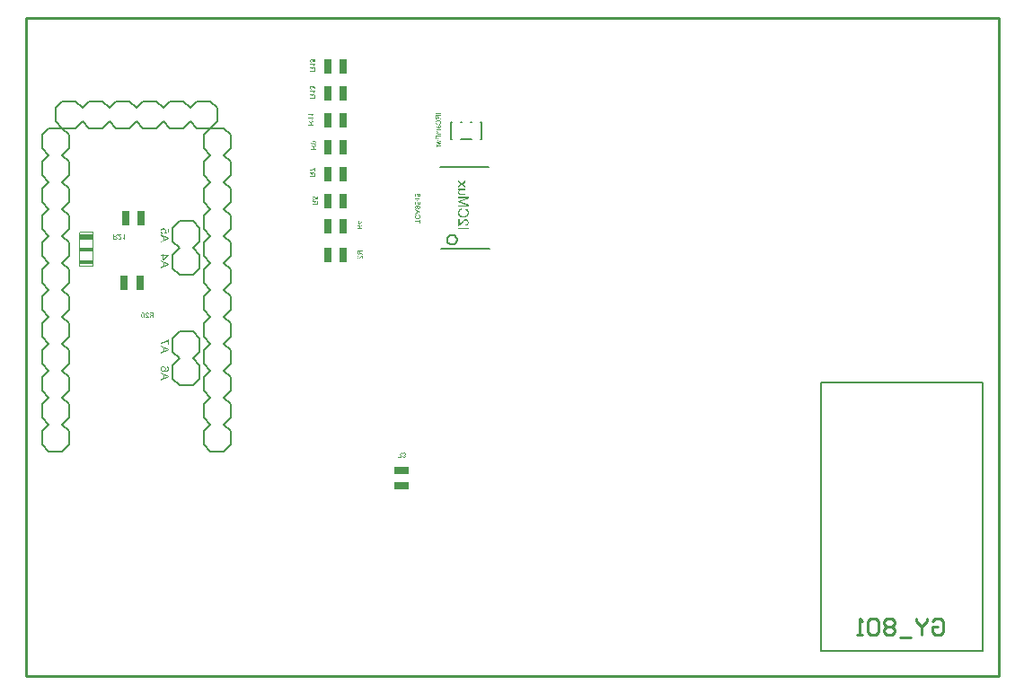
<source format=gbo>
%FSTAX24Y24*%
%MOIN*%
%SFA1B1*%

%IPPOS*%
%ADD16C,0.010000*%
%ADD18R,0.001000X0.129300*%
%ADD19R,0.001000X0.001000*%
%ADD20R,0.001000X0.017000*%
%ADD21R,0.001000X0.016400*%
%ADD22R,0.001000X0.016300*%
%ADD23R,0.001000X0.000900*%
%ADD24R,0.001300X0.001000*%
%ADD25R,0.001300X0.017000*%
%ADD26R,0.001300X0.016400*%
%ADD27R,0.001300X0.016300*%
%ADD28R,0.001300X0.000900*%
%ADD29R,0.000900X0.001000*%
%ADD30R,0.000900X0.017000*%
%ADD31R,0.000900X0.016400*%
%ADD32R,0.000900X0.016300*%
%ADD33R,0.000900X0.000900*%
%ADD34R,0.000900X0.129300*%
%ADD52C,0.006000*%
%ADD54C,0.008000*%
%ADD55C,0.005000*%
%ADD58R,0.026000X0.055500*%
%ADD59R,0.025600X0.055500*%
%ADD60R,0.055500X0.026000*%
%ADD61R,0.055500X0.025600*%
%LNshield2gen-1*%
%LPD*%
G36*
X031552Y038886D02*
X031558Y038882D01*
X031562Y038879*
X031567Y038875*
X03157Y038872*
X031574Y038869*
X031576Y038867*
X031577Y038865*
X031579Y038863*
X031581Y03886*
X031584Y038855*
X031586Y038853*
Y038851*
X031587Y03885*
Y038849*
X031588Y038854*
X031589Y038859*
X03159Y038863*
X031591Y038867*
X031593Y038871*
X031595Y038875*
X031596Y038878*
X031597Y038881*
X031599Y038883*
X0316Y038885*
X031602Y038886*
X031603Y038888*
X031604Y038889*
Y03889*
X031605*
Y038891*
X031608Y038893*
X031611Y038895*
X031614Y038897*
X031616Y038898*
X031622Y0389*
X031628Y038902*
X031632Y038903*
X031634*
X031636Y038904*
X031637*
X031639*
X031645*
X031651Y038902*
X031656Y038901*
X03166Y0389*
X031663Y038898*
X031666Y038897*
X031667*
X031668Y038896*
X031669*
X031673Y038893*
X031677Y038889*
X03168Y038886*
X031683Y038882*
X031685Y038879*
X031686Y038877*
Y038876*
X031687Y038875*
Y038874*
X031688Y038872*
X031689Y038869*
X03169Y038863*
X031691Y038856*
X031692Y03885*
Y038847*
Y038844*
Y038842*
Y038839*
Y038838*
Y038837*
Y038835*
Y03875*
X0315*
Y038775*
X031585*
Y038805*
Y038809*
Y038811*
Y038814*
Y038816*
X031584Y038817*
Y038818*
Y038819*
X031583Y038823*
X031582Y038825*
X031581Y038827*
X03158Y038828*
X031579Y03883*
X031577Y038833*
X031576Y038835*
X031573Y038837*
X031571Y038839*
X031569Y038841*
X031567Y038842*
Y038843*
X031566Y038844*
X031562Y038846*
X031558Y038849*
X031554Y038853*
X031549Y038856*
X031546Y038858*
X031544Y038859*
X031542Y03886*
Y038861*
X031541*
X03154Y038862*
X0315Y038887*
Y038919*
X031552Y038886*
G37*
G36*
X025457Y029793D02*
X025462Y029792D01*
X025467*
X025471Y029791*
X025475Y02979*
X025478Y029788*
X025482Y029787*
X025484Y029786*
X025487Y029785*
X025489Y029783*
X025491Y029782*
X025493Y029781*
X025494Y02978*
X025496Y029779*
X025499Y029776*
X025502Y029773*
X025504Y02977*
X025506Y029766*
X025508Y029763*
X025509Y02976*
X025512Y029753*
Y02975*
X025513Y029747*
X025514Y029744*
Y029742*
X025515Y02974*
Y029739*
Y029738*
X025491Y029735*
X02549Y029741*
X025489Y029747*
X025487Y029752*
X025485Y029756*
X025484Y029759*
X025482Y029762*
X025481Y029763*
X02548*
X025476Y029767*
X025472Y029769*
X025467Y029771*
X025463Y029772*
X025459Y029773*
X025457*
X025456*
X025455*
X025453*
X025447*
X025442Y029772*
X025438Y029771*
X025434Y029769*
X025431Y029767*
X025429Y029765*
X025427Y029764*
X025423Y02976*
X025421Y029756*
X025419Y029752*
X025418Y029748*
X025417Y029745*
Y029743*
Y029741*
Y02974*
Y029738*
Y029735*
X025418Y02973*
X02542Y029725*
X025422Y029721*
X025424Y029717*
X025425Y029716*
X025426Y029714*
X025427Y029713*
Y029712*
X025428*
X02543Y029709*
X025433Y029706*
X025436Y029702*
X025439Y029699*
X025446Y029692*
X025453Y029686*
X025456Y029683*
X025459Y02968*
X025463Y029678*
X025465Y029675*
X025467Y029674*
X025469Y029672*
X02547Y029671*
X025477Y029665*
X025484Y02966*
X025489Y029655*
X025493Y02965*
X025496Y029647*
X025499Y029644*
X0255Y029643*
X025501Y029642*
X025505Y029637*
X025508Y029632*
X02551Y029628*
X025513Y029624*
X025515Y029621*
Y029618*
X025516*
Y029617*
X025517Y029616*
Y029613*
X025518Y029611*
X025519Y029608*
Y029605*
Y029603*
Y029602*
Y029601*
Y0296*
X025392*
Y029623*
X025487*
X025483Y029627*
X025482Y029629*
X02548Y029631*
X025478Y029633*
X025477Y029634*
Y029635*
X025475Y029636*
X025473Y029638*
X025472Y02964*
X02547Y029642*
X025465Y029646*
X025461Y02965*
X025456Y029653*
X025454Y029655*
X025453Y029657*
X025451Y029658*
X02545Y029659*
X025449Y02966*
X025445Y029664*
X02544Y029667*
X025436Y029671*
X025433Y029674*
X025429Y029677*
X025426Y02968*
X025424Y029682*
X025422Y029685*
X025419Y029687*
X025417Y029688*
X025416Y02969*
X025415Y029691*
X025414Y029692*
X025413Y029693*
X025409Y029698*
X025406Y029702*
X025403Y029706*
X025401Y02971*
X025399Y029713*
X025398Y029715*
X025397Y029716*
Y029717*
X025396Y029721*
X025394Y029725*
Y029729*
X025393Y029732*
X025392Y029735*
Y029738*
Y029739*
Y029744*
X025393Y029748*
X025394Y029752*
X025395Y029755*
X025398Y029762*
X025399Y029764*
X0254Y029767*
X025402Y029769*
X025403Y029771*
X025405Y029773*
X025406Y029775*
X025407Y029776*
X025408Y029777*
Y029778*
X025412Y02978*
X025415Y029783*
X025419Y029785*
X025422Y029787*
X025426Y029788*
X025429Y029789*
X025436Y029791*
X02544Y029792*
X025443*
X025445*
X025448Y029793*
X02545*
X025452*
X025457*
G37*
G36*
X03157Y039211D02*
X031575Y03921D01*
X031579Y039209*
X031584Y039208*
X031588Y039207*
X031591Y039205*
X031595Y039204*
X031598Y039202*
X0316Y0392*
X031603Y039199*
X031605Y039197*
X031607Y039196*
X031608Y039195*
X031609Y039194*
X03161Y039193*
X031613Y03919*
X031616Y039186*
X031618Y039183*
X03162Y039179*
X031622Y039176*
X031623Y039172*
X031625Y039169*
Y039166*
X031626Y039162*
X031627Y03916*
Y039157*
Y039155*
X031628Y039153*
Y039152*
Y039151*
X031627Y039148*
Y039144*
X031625Y039137*
X031624Y039131*
X031621Y039126*
X03162Y039123*
X031619Y039121*
X031618Y039119*
X031617Y039118*
X031616Y039116*
Y039115*
X031615*
X031667Y039125*
Y039202*
X03169*
Y039106*
X031591Y039088*
X031588Y03911*
X031591Y039112*
X031593Y039114*
X031596Y039117*
X031597Y039119*
X031599Y039121*
X0316Y039123*
X031601*
Y039124*
X031603Y039128*
X031604Y039131*
X031606Y039135*
Y039138*
X031607Y039141*
Y039143*
Y039144*
Y039145*
Y039148*
X031606Y039151*
X031605Y039157*
X031603Y039162*
X031601Y039167*
X031599Y03917*
X031597Y039172*
X031596Y039173*
X031595Y039174*
X031593Y039176*
X03159Y039178*
X031585Y039181*
X03158Y039183*
X031574Y039184*
X03157Y039185*
X031568Y039186*
X031566*
X031565*
X031559*
X031556Y039185*
X031549Y039184*
X031543Y039182*
X031538Y03918*
X031536Y039179*
X031534Y039178*
X031532Y039177*
X031531Y039176*
X03153Y039175*
Y039174*
X031529*
X031527Y039172*
X031525Y039169*
X031523Y039167*
X031522Y039165*
X031519Y03916*
X031518Y039155*
X031517Y039151*
Y039149*
X031516Y039148*
Y039147*
Y039146*
Y039145*
X031517Y03914*
X031518Y039135*
X031519Y039131*
X031521Y039128*
X031522Y039125*
X031524Y039123*
X031525Y039121*
X031529Y039118*
X031533Y039115*
X031537Y039113*
X031542Y039111*
X031546Y03911*
X031548Y039109*
X031549*
X03155*
X031551*
X031552Y039108*
X03155Y039083*
X031546Y039084*
X031542Y039085*
X031538Y039086*
X031534Y039088*
X03153Y039089*
X031527Y03909*
X031524Y039092*
X031522Y039094*
X031519Y039095*
X031517Y039097*
X031516Y039098*
X031514Y0391*
X031513Y039101*
X031512Y039102*
X031511*
X031509Y039106*
X031507Y039109*
X031504Y039112*
X031503Y039116*
X031502Y03912*
X0315Y039123*
X031498Y03913*
Y039133*
X031497Y039136*
Y039139*
Y039141*
Y039142*
Y039144*
Y039145*
Y039151*
X031498Y039156*
X031499Y039162*
X0315Y039167*
X031502Y039171*
X031504Y039175*
X031506Y039179*
X031509Y039182*
X031511Y039185*
X031513Y039188*
X031514Y03919*
X031516Y039192*
X031518Y039193*
X031519Y039195*
X03152*
X031524Y039198*
X031528Y0392*
X031531Y039202*
X031535Y039204*
X031539Y039206*
X031542Y039207*
X03155Y039209*
X031553*
X031556Y03921*
X031558*
X031561Y039211*
X031562*
X031565*
X03157*
G37*
G36*
X031693Y039008D02*
X031688Y039005D01*
X031684Y039002*
X031679Y038998*
X031676Y038995*
X031672Y038992*
X031669Y038989*
Y038988*
X031668*
X031667Y038987*
X031662Y038981*
X031658Y038975*
X031654Y038969*
X031651Y038964*
X031648Y038959*
X031647Y038957*
X031646Y038956*
Y038954*
X031645Y038953*
Y038952*
X031622*
X031623Y038956*
X031625Y038961*
X031628Y038965*
X03163Y038969*
X031631Y038972*
X031633Y038975*
Y038976*
X031634Y038977*
X031637Y038982*
X03164Y038986*
X031643Y03899*
X031645Y038993*
X031647Y038996*
X031649Y038998*
X03165Y038999*
Y039*
X0315*
Y039023*
X031693*
Y039008*
G37*
G36*
X02433Y032648D02*
X024326Y032643D01*
X024322Y032638*
X024319Y032633*
X024315Y032629*
X024312Y032627*
X02431Y032624*
X024309Y032623*
Y032622*
X024308*
X024306Y032621*
X024304Y032619*
X024299Y032616*
X024297Y032615*
X024295Y032613*
X024294*
X024293*
X024298Y032612*
X024303Y032611*
X024307Y03261*
X024311Y032608*
X024315Y032607*
X024318Y032606*
X024321Y032604*
X024324Y032603*
X024326Y032601*
X024328Y032599*
X02433Y032598*
X024332Y032597*
X024333Y032596*
X024334*
Y032595*
X024336Y032592*
X024339Y032589*
X02434Y032587*
X024342Y032584*
X024344Y032578*
X024346Y032573*
X024347Y032568*
Y032566*
Y032564*
Y032562*
Y032561*
Y032555*
X024346Y032549*
X024345Y032544*
X024343Y03254*
X024342Y032536*
X024341Y032534*
X02434Y032533*
Y032532*
X024339*
Y032531*
X024336Y032527*
X024333Y032523*
X024329Y03252*
X024326Y032517*
X024323Y032515*
X02432Y032514*
X024319Y032513*
X024318*
X024315Y032512*
X024312Y032511*
X024306Y03251*
X0243Y032509*
X024293Y032508*
X02429*
X024288*
X024285*
X024283*
X024194*
Y0327*
X024219*
Y032615*
X024252*
X024255*
X024257*
X024259*
X024261*
X024262*
Y032616*
X024263*
X024267Y032617*
X024269Y032618*
X024271Y032619*
X024272Y03262*
X024273*
X024274Y032621*
X024276Y032623*
X024279Y032624*
X024281Y032627*
X024283Y032629*
X024285Y032631*
X024286Y032633*
X024287Y032634*
X02429Y032638*
X024293Y032642*
X024296Y032646*
X024299Y03265*
X024302Y032654*
X024303Y032656*
X024304Y032657*
X024305Y032659*
X024306Y03266*
X024331Y0327*
X024363*
X02433Y032648*
G37*
G36*
X024616Y032507D02*
X024601D01*
X024598Y032512*
X024595Y032516*
X024591Y032521*
X024588Y032524*
X024585Y032528*
X024582Y032531*
X024581*
X02458Y032532*
Y032533*
X024574Y032538*
X024568Y032542*
X024562Y032546*
X024557Y032549*
X024552Y032552*
X02455Y032553*
X024548Y032554*
X024547*
X024546Y032555*
X024545*
Y032578*
X024549Y032576*
X024554Y032575*
X024558Y032573*
X024562Y032571*
X024565Y032569*
X024568Y032567*
X024569*
Y032566*
X02457*
X024575Y032563*
X024579Y03256*
X024583Y032557*
X024586Y032555*
X024589Y032553*
X024591Y032551*
X024592Y03255*
Y0327*
X024616*
Y032507*
G37*
G36*
X0257Y0296D02*
X025675D01*
Y029685*
X025642*
X025639*
X025636*
X025634*
X025633*
X025632*
X025631Y029684*
X025627Y029683*
X025625Y029682*
X025623Y029681*
X025622Y02968*
X025621*
X02562Y029679*
X025619*
X025617Y029677*
X025615Y029676*
X025613Y029673*
X025611Y029671*
X025609Y029669*
X025608Y029667*
X025607*
Y029666*
X025603Y029662*
X025601Y029658*
X025598Y029654*
X025594Y02965*
X025592Y029646*
X025591Y029644*
X02559Y029643*
X025589Y029641*
X025588Y02964*
X025563Y0296*
X025531*
X025564Y029652*
X025568Y029657*
X025571Y029662*
X025575Y029667*
X025578Y029671*
X025581Y029674*
X025583Y029676*
X025585Y029677*
Y029678*
X025587Y029679*
X02559Y029681*
X025595Y029684*
X025597Y029685*
X025599Y029687*
X0256*
X025601*
X025596Y029688*
X025591Y029689*
X025587Y02969*
X025582Y029692*
X025579Y029693*
X025575Y029694*
X025572Y029696*
X02557Y029697*
X025567Y029699*
X025565Y029701*
X025563Y029702*
X025562Y029703*
X025561Y029704*
X02556*
Y029705*
X025559*
X025557Y029708*
X025555Y029711*
X025553Y029713*
X025552Y029716*
X025549Y029722*
X025548Y029727*
X025547Y029732*
Y029734*
Y029736*
X025546Y029738*
Y029739*
X025547Y029745*
Y029751*
X025549Y029756*
X02555Y02976*
X025552Y029764*
X025553Y029766*
X025554Y029767*
Y029768*
Y029769*
X025557Y029773*
X025561Y029777*
X025564Y02978*
X025568Y029783*
X025571Y029785*
X025573Y029786*
X025575Y029787*
X025576*
X025578Y029788*
X025581Y029789*
X025587Y02979*
X025594Y029791*
X0256Y029792*
X025603*
X025606*
X025608*
X02561*
X0257*
Y0296*
G37*
G36*
X025312Y029792D02*
X025318Y029791D01*
X025324Y02979*
X025329Y029787*
X025331Y029786*
X025333Y029785*
X025335Y029784*
X025336Y029783*
X025337*
X025338Y029782*
X025339*
X025343Y029777*
X025348Y029772*
X025351Y029766*
X025354Y029762*
X025357Y029757*
Y029755*
X025358Y029753*
X025359Y029752*
Y02975*
X025361Y029746*
X025362Y029741*
X025364Y029732*
X025365Y029723*
X025366Y029714*
Y02971*
Y029706*
Y029703*
Y029701*
Y029698*
Y029696*
Y029695*
Y029685*
Y029676*
X025365Y029667*
X025364Y02966*
X025362Y029653*
X025361Y029646*
X025359Y029641*
X025357Y029635*
X025355Y029631*
X025354Y029627*
X025352Y029624*
X025351Y029621*
X02535Y029619*
X025348Y029618*
Y029617*
Y029616*
X025345Y029613*
X025341Y02961*
X025338Y029607*
X025334Y029605*
X025331Y029603*
X025327Y029602*
X025323Y0296*
X02532Y029599*
X025317*
X025313Y029598*
X025311Y029597*
X025308*
X025307*
X025305*
X025304*
X0253*
X025296*
X02529Y029599*
X025284Y0296*
X025279Y029602*
X025277Y029604*
X025275*
X025273Y029606*
X025272*
X025271Y029607*
X02527Y029608*
X025269*
X025264Y029613*
X02526Y029618*
X025257Y029623*
X025254Y029628*
X025251Y029633*
X02525Y029635*
Y029636*
X025249Y029638*
X025248Y029639*
Y02964*
X025247Y029644*
X025246Y029648*
X025244Y029657*
X025243Y029667*
X025242Y029675*
Y029679*
X025241Y029683*
Y029686*
Y029689*
Y029692*
Y029693*
Y029694*
Y029695*
Y0297*
Y029705*
X025242Y029709*
Y029714*
Y029718*
X025243Y029722*
Y029725*
Y029728*
X025244Y029731*
Y029733*
X025245Y029735*
Y029737*
Y029738*
Y029739*
X025246Y02974*
X025247Y029746*
X025249Y029752*
X025251Y029757*
X025253Y029761*
X025255Y029764*
X025256Y029767*
X025257*
Y029768*
Y029769*
X025261Y029773*
X025264Y029776*
X025267Y02978*
X02527Y029782*
X025273Y029784*
X025275Y029785*
X025276Y029787*
X025277*
X025281Y029789*
X025286Y02979*
X025291Y029792*
X025295*
X025299Y029793*
X0253*
X025301*
X025308*
X025312Y029792*
G37*
G36*
X031637Y037157D02*
X031632Y037154D01*
X031627Y037151*
X031623Y037148*
X031619Y037144*
X031616Y037141*
X031613Y037139*
X031612Y037137*
X031611*
Y037136*
X031606Y03713*
X031602Y037125*
X031598Y037118*
X031595Y037113*
X031592Y037109*
X031591Y037106*
X03159Y037105*
X031589Y037104*
Y037102*
X031588*
X031565*
X031567Y037106*
X031569Y03711*
X031571Y037114*
X031573Y037118*
X031575Y037121*
X031576Y037124*
X031577Y037125*
Y037126*
X031578*
X031581Y037131*
X031584Y037136*
X031586Y037139*
X031589Y037143*
X031591Y037145*
X031593Y037147*
X031594Y037148*
Y037149*
X031444*
Y037172*
X031637*
Y037157*
G37*
G36*
Y037008D02*
X031632Y037005D01*
X031627Y037002*
X031623Y036998*
X031619Y036995*
X031616Y036992*
X031613Y036989*
X031612Y036988*
X031611*
Y036987*
X031606Y036981*
X031602Y036975*
X031598Y036969*
X031595Y036964*
X031592Y036959*
X031591Y036957*
X03159Y036955*
X031589Y036954*
Y036953*
X031588*
Y036952*
X031565*
X031567Y036957*
X031569Y036961*
X031571Y036965*
X031573Y036969*
X031575Y036972*
X031576Y036975*
X031577Y036976*
X031578Y036977*
X031581Y036982*
X031584Y036986*
X031586Y03699*
X031589Y036994*
X031591Y036996*
X031593Y036998*
X031594Y036999*
X031444*
Y037023*
X031637*
Y037008*
G37*
G36*
X031656Y03616D02*
X031662D01*
X031667Y036159*
X031672Y036158*
X031676*
X03168Y036157*
X031684Y036156*
X031687*
X03169Y036155*
X031692Y036154*
X031694*
X031696Y036153*
X031697*
Y036152*
X031698*
X031704Y036149*
X03171Y036145*
X031715Y036141*
X031719Y036137*
X031722Y036134*
X031725Y036131*
Y03613*
X031726*
Y036129*
X03173Y036123*
X031732Y036117*
X031734Y036111*
X031735Y036106*
X031736Y036101*
Y036099*
Y036098*
X031737Y036096*
Y036095*
X031736Y03609*
Y036085*
X031735Y036081*
X031734Y036077*
X031732Y036073*
X031731Y03607*
X031729Y036066*
X031728Y036063*
X031726Y036061*
X031724Y036058*
X031723Y036056*
X031721Y036054*
X03172Y036053*
X031719Y036052*
Y036051*
X031715Y036048*
X031712Y036046*
X031708Y036044*
X031704Y036042*
X0317Y03604*
X031696Y036038*
X031688Y036037*
X031685Y036036*
X031682Y036035*
X031679*
X031676*
X031674Y036034*
X031672*
X031666Y036035*
X031662*
X031657Y036036*
X031653Y036037*
X031649Y036038*
X031645Y03604*
X031641Y036041*
X031638Y036042*
X031636Y036044*
X031633Y036045*
X031631Y036047*
X031629Y036048*
X031628Y036049*
X031627Y03605*
X031626Y036051*
X031623Y036054*
X03162Y036057*
X031618Y036061*
X031616Y036064*
X031614Y036068*
X031613Y036071*
X031612Y036074*
X031611Y036077*
X03161Y03608*
Y036082*
X031609Y036085*
Y036087*
Y036089*
Y03609*
Y036091*
Y036096*
X03161Y036101*
X031611Y036106*
X031612Y036109*
X031614Y036113*
X031615Y036115*
Y036116*
X031616Y036117*
X031619Y036122*
X031622Y036126*
X031625Y036129*
X031628Y036132*
X03163Y036134*
X031632Y036136*
X031634Y036137*
X031629*
X031624*
X031619*
X031614Y036136*
X031609Y036135*
X031606*
X031604Y036134*
X031603*
X031602*
X031601*
Y036133*
X0316*
X031595Y036132*
X031591Y036131*
X031587Y036129*
X031584Y036128*
X031581Y036126*
X031579*
X031578Y036125*
X031575Y036123*
X031572Y036121*
X03157Y036118*
X031568Y036116*
X031567Y036114*
X031566Y036113*
X031565Y036112*
Y036111*
X031563Y036108*
X031562Y036105*
X031561Y036102*
X03156Y036099*
Y036096*
Y036094*
Y036093*
Y036092*
Y036088*
X031561Y036084*
X031562Y03608*
X031563Y036077*
X031565Y036075*
X031566Y036073*
X031567Y036072*
Y036071*
X03157Y036068*
X031573Y036066*
X031577Y036064*
X031581Y036063*
X031584Y036062*
X031587Y036061*
X031588*
X031589*
X03159*
X031588Y036038*
X031584*
X03158Y036039*
X031576Y03604*
X031573Y036042*
X03157Y036043*
X031567Y036044*
X031564Y036046*
X031562Y036047*
X03156Y036049*
X031558Y03605*
X031556Y036051*
X031555Y036052*
X031554Y036054*
X031553*
Y036055*
X031551Y036058*
X031549Y036061*
X031547Y036063*
X031546Y036067*
X031543Y036073*
X031542Y036079*
X031541Y036081*
Y036084*
Y036086*
Y036088*
X03154Y036089*
Y036091*
X031541Y036095*
Y036099*
X031542Y036106*
X031544Y036112*
X031546Y036118*
X031547Y03612*
X031548Y036123*
X031549Y036124*
X03155Y036126*
X031551Y036127*
Y036128*
X031552*
X031556Y036134*
X031562Y036139*
X031567Y036143*
X031573Y036147*
X031577Y036149*
X031579Y03615*
X031581Y036151*
X031583Y036152*
X031584*
X031585Y036153*
X031589Y036154*
X031594Y036155*
X031603Y036157*
X031613Y036158*
X031618Y036159*
X031622Y03616*
X031627*
X031631*
X031634*
X031638Y036161*
X03165*
X031656Y03616*
G37*
G36*
X031596Y035986D02*
X031601Y035982D01*
X031606Y035979*
X031611Y035975*
X031614Y035972*
X031617Y035969*
X031619Y035967*
X031621Y035965*
X031623Y035963*
X031625Y03596*
X031628Y035955*
X031629Y035953*
X03163Y035951*
X031631Y03595*
Y035949*
X031632Y035954*
X031633Y035959*
X031634Y035963*
X031635Y035968*
X031637Y035971*
X031638Y035975*
X03164Y035978*
X031641Y035981*
X031643Y035983*
X031644Y035985*
X031645Y035986*
X031646Y035988*
X031647Y035989*
X031648Y03599*
X031649Y035991*
X031651Y035993*
X031654Y035995*
X031657Y035997*
X03166Y035998*
X031666Y036*
X031671Y036002*
X031676Y036003*
X031678*
X03168*
X031681Y036004*
X031683*
X031689Y036003*
X031694*
X031699Y036001*
X031704Y036*
X031707Y035998*
X03171Y035997*
X031711Y035996*
X031712*
X031717Y035993*
X031721Y035989*
X031724Y035986*
X031726Y035982*
X031728Y035979*
X03173Y035977*
Y035975*
X031731*
Y035974*
X031732Y035972*
Y035969*
X031734Y035963*
X031735Y035956*
Y03595*
Y035947*
X031736Y035944*
Y035942*
Y03594*
Y035938*
Y035937*
Y035935*
Y03585*
X031544*
Y035875*
X031629*
Y035905*
Y035909*
Y035911*
Y035914*
X031628Y035916*
Y035917*
Y035918*
Y035919*
X031626Y035923*
Y035925*
X031625Y035927*
X031624Y035928*
X031623Y03593*
Y035931*
X031621Y035933*
X031619Y035935*
X031617Y035937*
X031615Y035939*
X031613Y035941*
X031611Y035942*
X03161Y035943*
Y035944*
X031606Y035947*
X031602Y035949*
X031597Y035952*
X031593Y035956*
X031589Y035958*
X031588Y035959*
X031586Y03596*
X031585Y035961*
X031584*
Y035962*
X031583*
X031544Y035987*
Y036019*
X031596Y035986*
G37*
G36*
X031693Y038008D02*
X031688Y038005D01*
X031684Y038002*
X031679Y037998*
X031676Y037995*
X031672Y037992*
X031669Y037989*
Y037988*
X031668Y037987*
X031667*
X031662Y037981*
X031658Y037975*
X031654Y037969*
X031651Y037964*
X031648Y037959*
X031647Y037957*
X031646Y037956*
Y037954*
X031645Y037953*
Y037952*
X031622*
X031623Y037957*
X031625Y037961*
X031628Y037965*
X03163Y037969*
X031631Y037972*
X031633Y037975*
Y037976*
X031634Y037977*
X031637Y037982*
X03164Y037986*
X031643Y03799*
X031645Y037994*
X031647Y037996*
X031649Y037998*
X03165Y037999*
X0315*
Y038023*
X031693*
Y038008*
G37*
G36*
X031552Y037886D02*
X031558Y037882D01*
X031562Y037878*
X031567Y037875*
X03157Y037872*
X031574Y037869*
X031576Y037867*
X031577Y037865*
X031579Y037863*
X031581Y03786*
X031584Y037855*
X031586Y037853*
Y037851*
X031587Y03785*
X031588Y037854*
X031589Y037859*
X03159Y037864*
X031591Y037868*
X031593Y037871*
X031595Y037875*
X031596Y037878*
X031597Y03788*
X031599Y037883*
X0316Y037885*
X031602Y037887*
X031603Y037888*
X031604Y037889*
Y03789*
X031605*
Y037891*
X031608Y037893*
X031611Y037895*
X031614Y037897*
X031616Y037898*
X031622Y037901*
X031628Y037902*
X031632Y037903*
X031634*
X031636*
X031637Y037904*
X031639*
X031645Y037903*
X031651*
X031656Y037901*
X03166Y0379*
X031663Y037898*
X031666Y037897*
X031667Y037896*
X031668*
X031669*
X031673Y037892*
X031677Y037889*
X03168Y037885*
X031683Y037882*
X031685Y037879*
X031686Y037877*
Y037875*
X031687*
Y037874*
X031688Y037872*
X031689Y037869*
X03169Y037863*
X031691Y037856*
X031692Y03785*
Y037847*
Y037844*
Y037842*
Y03784*
Y037838*
Y037836*
Y037835*
Y03775*
X0315*
Y037775*
X031585*
Y037805*
Y037808*
Y037811*
Y037814*
Y037816*
X031584Y037817*
Y037818*
Y037819*
X031583Y037823*
X031582Y037825*
X031581Y037827*
X03158Y037829*
X031579*
Y03783*
Y037831*
X031577Y037833*
X031576Y037835*
X031573Y037837*
X031571Y037839*
X031569Y037841*
X031567Y037842*
Y037843*
X031566*
X031562Y037847*
X031558Y03785*
X031554Y037852*
X031549Y037856*
X031546Y037858*
X031544Y037859*
X031542Y03786*
Y037861*
X031541*
X03154Y037862*
X0315Y037887*
Y037919*
X031552Y037886*
G37*
G36*
X031496Y036886D02*
X031501Y036882D01*
X031506Y036878*
X031511Y036875*
X031514Y036872*
X031517Y036869*
X031519Y036867*
X031521Y036865*
X031523Y036862*
X031525Y03686*
X031528Y036855*
X031529Y036853*
X03153Y036851*
X031531Y03685*
X031532Y036855*
X031533Y036859*
X031534Y036864*
X031535Y036867*
X031537Y036871*
X031538Y036875*
X03154Y036878*
X031541Y036881*
X031543Y036883*
X031544Y036885*
X031545Y036886*
X031546Y036888*
X031547Y036889*
X031548Y03689*
X031549*
X031551Y036893*
X031554Y036895*
X031557Y036897*
X03156Y036898*
X031566Y0369*
X031571Y036902*
X031576Y036903*
X031578*
X03158Y036904*
X031581*
X031583*
X031589*
X031594Y036902*
X031599Y036901*
X031604Y0369*
X031607Y036898*
X03161Y036897*
X031611*
X031612Y036896*
X031617Y036892*
X031621Y036889*
X031624Y036885*
X031626Y036882*
X031628Y036879*
X03163Y036876*
Y036875*
X031631Y036874*
X031632Y036872*
Y036869*
X031634Y036862*
X031635Y036856*
Y03685*
Y036847*
X031636Y036844*
Y036842*
Y036839*
Y036838*
Y036837*
Y036835*
Y03675*
X031444*
Y036776*
X031529*
Y036805*
Y036809*
Y036811*
Y036814*
X031528Y036816*
Y036817*
Y036818*
Y036819*
X031526Y036823*
Y036825*
X031525Y036827*
X031524Y036828*
X031523Y03683*
X031521Y036833*
X031519Y036835*
X031517Y036837*
X031515Y036839*
X031513Y036841*
X031511Y036842*
X03151Y036843*
Y036844*
X031506Y036846*
X031502Y03685*
X031497Y036853*
X031493Y036855*
X031489Y036858*
X031488Y036859*
X031486Y03686*
X031485Y036861*
X031484Y036862*
X031483*
X031444Y036887*
Y036919*
X031496Y036886*
G37*
G36*
X031563Y038209D02*
X031569Y038208D01*
X031574Y038206*
X031579Y038205*
X031583Y038203*
X031584Y038202*
X031585Y038201*
X031586*
X031587Y0382*
X031588*
X031592Y038196*
X031595Y038191*
X031598Y038187*
X0316Y038183*
X031602Y038179*
X031603Y038177*
Y038176*
X031604Y038175*
Y038174*
Y038173*
X031607Y038178*
X031609Y038182*
X031612Y038185*
X031614Y038188*
X031617Y03819*
X031618Y038192*
X03162Y038193*
X031624Y038195*
X031628Y038197*
X031632Y038198*
X031635Y038199*
X031639Y0382*
X031641*
X031643*
X031648*
X031652Y038199*
X031656Y038198*
X03166Y038196*
X031663Y038195*
X031666Y038194*
X031667Y038193*
X031668*
X031672Y03819*
X031676Y038187*
X031679Y038183*
X031681Y03818*
X031683Y038177*
X031685Y038175*
X031686Y038173*
Y038172*
X031688Y038167*
X03169Y038162*
X031691Y038157*
X031692Y038153*
X031693Y038149*
Y038147*
Y038146*
Y038145*
Y038144*
Y038143*
Y038139*
Y038135*
X031691Y038128*
X031689Y038121*
X031688Y038119*
X031686Y038116*
X031685Y038114*
X031684Y038111*
X031683Y03811*
X031682Y038108*
X031681Y038107*
X03168Y038106*
Y038105*
X031677Y038103*
X031674Y0381*
X031669Y038096*
X031662Y038093*
X031657Y03809*
X031654Y038089*
X031651Y038088*
X031649Y038087*
X031647*
X031646Y038086*
X031644*
X031643*
X031639Y038109*
X031645Y03811*
X03165Y038112*
X031655Y038114*
X031658Y038116*
X031661Y038118*
X031663Y038119*
X031664Y03812*
X031665Y038121*
X031668Y038124*
X03167Y038128*
X031671Y038132*
X031672Y038136*
X031673Y038139*
Y038142*
X031674Y038143*
Y038144*
X031673Y038149*
X031672Y038153*
X031671Y038157*
X031669Y038161*
X031667Y038163*
X031666Y038165*
X031665Y038166*
X031662Y03817*
X031658Y038172*
X031654Y038173*
X031651Y038175*
X031648*
X031646*
X031644*
X031641*
X031638*
X031633Y038173*
X031628Y038172*
X031625Y03817*
X031623Y038167*
X031621Y038165*
X03162Y038164*
X031619Y038163*
X031616Y038159*
X031614Y038154*
X031613Y038149*
X031612Y038145*
Y038142*
X031611Y038139*
Y038138*
Y038137*
Y038136*
Y038135*
Y038134*
X031612Y038133*
X031591Y03813*
X031592Y038133*
X031593Y038136*
Y03814*
Y038142*
Y038144*
Y038145*
Y038146*
Y038147*
Y038152*
X031592Y038158*
X03159Y038162*
X031588Y038166*
X031586Y038169*
X031585Y038172*
X031583Y038173*
X031581Y038175*
X031579Y038177*
X031574Y03818*
X03157Y038182*
X031566Y038183*
X031562Y038184*
X03156*
X031559*
X031558*
X031553*
X03155*
X031545Y038182*
X03154Y03818*
X031536Y038179*
X031532Y038177*
X03153Y038175*
X031529Y038174*
X031528Y038173*
X031526Y03817*
X031524Y038168*
X031521Y038163*
X031519Y038159*
X031518Y038154*
X031517Y03815*
X031516Y038149*
Y038147*
Y038146*
Y038145*
X031517Y03814*
X031518Y038135*
X031519Y038131*
X031521Y038127*
X031522Y038124*
X031524Y038122*
X031525Y038121*
X031527Y038119*
X031529Y038117*
X031534Y038115*
X031538Y038112*
X031543Y03811*
X031548Y038109*
X031549Y038108*
X031551*
X031552*
X031553Y038107*
X031554*
X031551Y038084*
X031546*
X031542Y038085*
X031539Y038086*
X031535Y038087*
X031531Y038089*
X031528Y038091*
X031525Y038092*
X031522Y038094*
X03152Y038096*
X031518Y038097*
X031516Y038098*
X031514Y0381*
X031513Y038101*
X031512Y038102*
Y038103*
X031509Y038106*
X031507Y038109*
X031505Y038112*
X031503Y038116*
X031502Y03812*
X0315Y038123*
X031499Y03813*
X031498Y038133*
X031497Y038136*
Y038138*
Y03814*
Y038142*
Y038143*
Y038144*
Y038145*
Y03815*
Y038154*
X031498Y038159*
X0315Y038163*
X031501Y038168*
X031502Y038172*
X031504Y038175*
X031505Y038178*
X031507Y038181*
X031509Y038184*
X03151Y038186*
X031511Y038187*
X031512Y038189*
X031513Y03819*
X031514Y038191*
X031517Y038194*
X031521Y038197*
X031525Y038199*
X031528Y038201*
X031532Y038203*
X031535Y038205*
X031539Y038206*
X031542Y038207*
X031545Y038208*
X031548*
X03155Y038209*
X031553*
X031554*
X031557*
X031563*
G37*
G36*
X024502Y032677D02*
X024407D01*
X02441Y032673*
X024412Y032671*
X024414Y032669*
X024415Y032667*
X024416Y032666*
X024417Y032665*
X024418Y032664*
X02442Y032662*
X024422Y03266*
X024424Y032658*
X024428Y032654*
X024433Y03265*
X024437Y032647*
X024439Y032645*
X024441Y032643*
X024442Y032642*
X024443Y032641*
X024444*
X024449Y032636*
X024453Y032633*
X024457Y032629*
X024461Y032626*
X024464Y032623*
X024467Y03262*
X02447Y032618*
X024472Y032615*
X024474Y032613*
X024476Y032612*
X024478Y03261*
X024479Y032609*
X02448Y032608*
Y032607*
X024481*
X024485Y032602*
X024488Y032598*
X024491Y032594*
X024493Y03259*
X024495Y032587*
X024496Y032585*
Y032584*
X024497Y032583*
X024498Y032579*
X024499Y032575*
X0245Y032571*
X024501Y032568*
Y032565*
Y032562*
Y032561*
Y032556*
Y032552*
X0245Y032548*
X024499Y032545*
X024496Y032538*
X024495Y032536*
X024493Y032533*
X024492Y032531*
X02449Y032529*
X024489Y032527*
X024488Y032525*
X024487Y032524*
X024486Y032523*
X024485*
Y032522*
X024482Y03252*
X024479Y032517*
X024475Y032515*
X024471Y032513*
X024468Y032512*
X024464Y032511*
X024457Y032509*
X024454Y032508*
X024451*
X024448*
X024446Y032507*
X024444*
X024441*
X024436*
X024431Y032508*
X024427*
X024423Y032509*
X024419Y03251*
X024415Y032511*
X024412Y032513*
X024409Y032514*
X024406Y032515*
X024404Y032517*
X024402Y032518*
X0244Y032519*
X024399Y03252*
X024398Y032521*
X024397*
X024394Y032524*
X024392Y032527*
X02439Y03253*
X024388Y032534*
X024386Y032537*
X024384Y032541*
X024382Y032547*
X024381Y03255*
X02438Y032553*
Y032556*
X024379Y032558*
Y03256*
Y032561*
Y032562*
X024403Y032565*
X024404Y032559*
X024405Y032553*
X024406Y032548*
X024408Y032544*
X02441Y032541*
X024412Y032538*
X024413Y032537*
X024417Y032533*
X024422Y032531*
X024427Y032529*
X024431Y032528*
X024435Y032527*
X024436*
X024438*
X024439*
X024441*
X024446*
X024452Y032528*
X024456Y032529*
X02446Y032531*
X024463Y032533*
X024465Y032535*
X024466Y032536*
X024467*
X02447Y03254*
X024473Y032544*
X024475Y032548*
X024476Y032552*
X024477Y032555*
Y032557*
Y032559*
Y03256*
Y032562*
Y032565*
X024475Y03257*
X024474Y032575*
X024472Y032579*
X024469Y032583*
X024468Y032584*
Y032586*
X024467Y032587*
X024466*
Y032588*
X024464Y032591*
X024461Y032594*
X024458Y032597*
X024455Y032601*
X024448Y032608*
X024441Y032614*
X024437Y032617*
X024434Y03262*
X024431Y032622*
X024429Y032625*
X024427Y032627*
X024425Y032628*
X024424Y032629*
X024416Y032635*
X02441Y032641*
X024405Y032645*
X024401Y03265*
X024397Y032653*
X024395Y032656*
X024394Y032657*
X024393Y032658*
X024389Y032663*
X024386Y032668*
X024383Y032672*
X024381Y032676*
X024379Y032679*
X024378Y032682*
X024377Y032683*
Y032684*
X024376Y032687*
X024375Y032689*
Y032692*
Y032695*
X024374Y032697*
Y032699*
Y0327*
X024502*
Y032677*
G37*
G36*
X026062Y031929D02*
X026268D01*
Y031897*
X026062Y031752*
X026026*
Y03189*
X02595*
Y031929*
X026026*
Y031972*
X026062*
Y031929*
G37*
G36*
X026268Y031617D02*
Y031571D01*
X02595Y03145*
Y031495*
X026046Y031529*
Y031662*
X02595Y031699*
Y031747*
X026268Y031617*
G37*
G36*
X026066Y032925D02*
X026073Y032924D01*
X026081Y032923*
X026088Y032921*
X026095Y032919*
X026101Y032916*
X026107Y032914*
X026111Y032911*
X026116Y032908*
X02612Y032906*
X026123Y032903*
X026126Y032901*
X026129Y032899*
X02613Y032898*
X026131Y032897*
X026132Y032896*
X026137Y032891*
X026141Y032885*
X026145Y032879*
X026149Y032874*
X026151Y032868*
X026154Y032862*
X026156Y032856*
X026157Y032851*
X026158Y032846*
X026159Y032841*
X02616Y032837*
Y032834*
X026161Y032831*
Y032828*
Y032827*
X02616Y032821*
Y032815*
X026157Y032804*
X026154Y032794*
X026151Y032785*
X026149Y032781*
X026147Y032777*
X026145Y032774*
X026144Y032772*
X026142Y03277*
X026141Y032768*
Y032767*
X02614*
X026226Y032784*
Y03291*
X026263*
Y032753*
X0261Y032722*
X026095Y032759*
X0261Y032762*
X026104Y032766*
X026108Y03277*
X026111Y032774*
X026114Y032777*
X026116Y03278*
X026117Y032781*
Y032782*
X02612Y032788*
X026123Y032794*
X026124Y0328*
X026125Y032805*
X026126Y03281*
Y032813*
Y032815*
Y032816*
Y032822*
Y032827*
X026123Y032837*
X02612Y032845*
X026117Y032852*
X026113Y032858*
X02611Y032862*
X026109Y032863*
X026108Y032865*
X026107*
X026103Y032869*
X026099Y032872*
X02609Y032876*
X026082Y032879*
X026073Y032882*
X026066Y032883*
X026062Y032884*
X026059*
X026057*
X026047*
X026042Y032883*
X026031Y032881*
X026021Y032878*
X026013Y032875*
X026009Y032872*
X026007Y032871*
X026004Y032869*
X026002Y032868*
X026Y032866*
X025999Y032865*
X025998*
X025994Y032861*
X025991Y032857*
X025988Y032853*
X025986Y032849*
X025982Y032841*
X025979Y032833*
X025978Y032827*
Y032824*
X025977Y032822*
Y03282*
Y032818*
Y032817*
X025978Y032808*
X025979Y032801*
X025981Y032794*
X025984Y032788*
X025987Y032783*
X025989Y03278*
X025991Y032777*
X025997Y032771*
X026005Y032767*
X026012Y032763*
X026019Y03276*
X026026Y032758*
X026028*
X026031Y032757*
X026033Y032756*
X026035*
X026036*
X026033Y032715*
X026026Y032716*
X026019Y032718*
X026012Y032719*
X026006Y032722*
X026Y032724*
X025995Y032727*
X02599Y032729*
X025986Y032732*
X025982Y032735*
X025979Y032737*
X025976Y032739*
X025973Y032742*
X025971Y032744*
X02597Y032745*
X025969Y032746*
X025964Y032751*
X025961Y032757*
X025957Y032763*
X025955Y032769*
X025952Y032775*
X02595Y03278*
X025948Y032792*
X025947Y032797*
X025946Y032801*
X025945Y032806*
Y03281*
Y032813*
Y032815*
Y032816*
Y032817*
Y032826*
X025946Y032835*
X025948Y032844*
X025951Y032852*
X025954Y03286*
X025957Y032866*
X02596Y032872*
X025964Y032878*
X025967Y032883*
X025971Y032888*
X025974Y032891*
X025977Y032894*
X025979Y032897*
X025981Y032899*
X025983Y0329*
X025989Y032905*
X025995Y032908*
X026002Y032912*
X026008Y032915*
X026014Y032917*
X02602Y032919*
X026032Y032922*
X026037Y032923*
X026042Y032924*
X026047Y032925*
X02605*
X026053*
X026057*
X026066*
G37*
G36*
X026268Y032567D02*
Y032521D01*
X02595Y0324*
Y032445*
X026046Y032479*
Y032612*
X02595Y032649*
Y032697*
X026268Y032567*
G37*
G36*
X026061Y027802D02*
X026069D01*
X026076Y0278*
X026084Y027799*
X02609Y027796*
X026096Y027794*
X026102Y027792*
X026107Y027789*
X026111Y027786*
X026116Y027784*
X026119Y027782*
X026122Y02778*
X026124Y027778*
X026126Y027776*
X026127*
Y027775*
X026132Y02777*
X026137Y027764*
X02614Y027759*
X026144Y027753*
X026147Y027748*
X026149Y027742*
X026151Y027737*
X026152Y027732*
X026154Y027727*
Y027723*
X026155Y027719*
X026156Y027715*
Y027712*
Y02771*
Y027709*
Y0277*
X026154Y027693*
X026153Y027686*
X026151Y027679*
X026149Y027674*
X026147Y02767*
X026146Y027668*
Y027667*
X026145*
Y027666*
X026141Y027659*
X026136Y027652*
X026131Y027646*
X026126Y027641*
X026121Y027637*
X026117Y027634*
X026114Y027633*
Y027632*
X026122*
X02613*
X026138Y027633*
X026145Y027634*
X026152Y027635*
X026158Y027636*
X026164*
X026168Y027637*
X026173Y027638*
X026176Y027639*
X02618Y02764*
X026183Y027641*
X026185Y027642*
X026186*
X026187Y027643*
X026196Y027647*
X026204Y027652*
X026211Y027657*
X026216Y027661*
X026221Y027665*
X026223Y027669*
X026225Y027671*
X026226Y027672*
X02623Y027677*
X026232Y027683*
X026234Y027688*
X026235Y027693*
X026236Y027698*
X026237Y027701*
Y027704*
Y027705*
X026236Y027713*
X026234Y027721*
X026231Y027727*
X026228Y027733*
X026225Y027738*
X026223Y027741*
X026221Y027743*
X02622Y027744*
X026216Y027747*
X026211Y02775*
X026205Y027753*
X0262Y027755*
X026195Y027757*
X026191Y027758*
X026189*
X026188*
X026187Y027759*
X02619Y027797*
X026197Y027796*
X026203Y027795*
X026214Y027791*
X02622Y027788*
X026224Y027786*
X026229Y027784*
X026232Y027781*
X026236Y027779*
X026239Y027776*
X026242Y027774*
X026244Y027772*
X026246Y027771*
X026247Y02777*
Y027769*
X026248*
X026251Y027764*
X026255Y027759*
X026258Y027754*
X02626Y027749*
X026264Y027738*
X026266Y027729*
X026267Y027724*
X026268Y02772*
Y027717*
Y027713*
X026269Y027711*
Y027709*
Y027707*
X026268Y027698*
X026267Y027689*
X026266Y027681*
X026263Y027673*
X02626Y027666*
X026257Y02766*
X026254Y027653*
X026251Y027648*
X026247Y027643*
X026244Y027639*
X026241Y027635*
X026238Y027632*
X026235Y02763*
X026234Y027628*
X026232Y027627*
X026224Y027621*
X026214Y027616*
X026204Y027611*
X026194Y027608*
X026183Y027604*
X026171Y027601*
X02616Y027599*
X026149Y027597*
X026139Y027596*
X02613Y027595*
X026121Y027594*
X026113Y027593*
X026107*
X026104*
X026098*
X026083*
X02607Y027594*
X026057Y027596*
X026045Y027598*
X026035Y0276*
X026025Y027603*
X026016Y027605*
X026008Y027608*
X026002Y027611*
X025996Y027614*
X025991Y027617*
X025987Y027619*
X025984Y027621*
X025982Y027622*
X025981Y027623*
X02598Y027624*
X025974Y02763*
X025969Y027636*
X025964Y027643*
X025959Y027649*
X025956Y027656*
X025953Y027662*
X025951Y027669*
X025949Y027675*
X025948Y027681*
X025947Y027686*
X025946Y027691*
X025945Y027695*
Y027699*
Y027701*
Y027703*
Y027714*
X025947Y027723*
X025949Y027732*
X025952Y027739*
X025954Y027745*
X025955Y027748*
X025956Y02775*
X025957Y027752*
X025958Y027753*
Y027754*
X025964Y027762*
X02597Y027769*
X025977Y027775*
X025983Y027781*
X025989Y027784*
X025993Y027787*
X025995Y027788*
X025996Y027789*
X025997Y02779*
X026007Y027794*
X026017Y027797*
X026026Y0278*
X026035Y027801*
X026042Y027802*
X026045*
X026048Y027803*
X026053*
X026061Y027802*
G37*
G36*
X026268Y027447D02*
Y027401D01*
X02595Y02728*
Y027325*
X026046Y027359*
Y027492*
X02595Y027529*
Y027577*
X026268Y027447*
G37*
G36*
X026263Y028598D02*
X026226D01*
Y028753*
X026213Y028742*
X026199Y028731*
X026185Y028722*
X026171Y028714*
X026166Y02871*
X02616Y028707*
X026155Y028704*
X026151Y028701*
X026147Y028699*
X026145Y028698*
X026143Y028697*
X026142*
X026124Y028688*
X026106Y028679*
X026088Y028673*
X026081Y028669*
X026073Y028667*
X026066Y028665*
X026059Y028662*
X026054Y028661*
X026049Y028659*
X026045Y028658*
X026043Y028657*
X026041*
X02604*
X02603Y028654*
X026021Y028652*
X026012Y02865*
X026004Y028648*
X025996Y028647*
X025988Y028646*
X025981Y028645*
X025975Y028644*
X025969Y028643*
X025964*
X02596*
X025957*
X025954Y028642*
X02595*
Y028682*
X025967Y028684*
X025983Y028686*
X025991Y028687*
X025998Y028688*
X026005Y02869*
X026011Y028691*
X026017Y028692*
X026022Y028693*
X026026Y028694*
X02603Y028695*
X026033Y028696*
X026035Y028697*
X026037*
X026058Y028704*
X026078Y028711*
X026088Y028715*
X026097Y028719*
X026105Y028722*
X026113Y028726*
X026121Y028729*
X026127Y028733*
X026133Y028735*
X026138Y028738*
X026142Y02874*
X026145Y028741*
X026147Y028742*
Y028743*
X026157Y028748*
X026166Y028754*
X026175Y028759*
X026183Y028764*
X026191Y02877*
X026198Y028775*
X026204Y028779*
X02621Y028784*
X026215Y028788*
X02622Y028792*
X026224Y028795*
X026227Y028797*
X02623Y0288*
X026231Y028802*
X026232*
X026233Y028803*
X026263*
Y028598*
G37*
G36*
X026268Y028447D02*
Y028401D01*
X02595Y02828*
Y028325*
X026046Y028359*
Y028492*
X02595Y028529*
Y028577*
X026268Y028447*
G37*
G36*
X036263Y036943D02*
X036272Y036942D01*
X036277Y036941*
X036281Y03694*
X036285Y036939*
X036288Y036938*
X036292Y036937*
X036295*
X036298Y036936*
X0363Y036935*
X036302Y036934*
X036303*
X036304Y036933*
X036308Y036931*
X036312Y036929*
X036316Y036927*
X03632Y036924*
X036323Y036922*
X036326Y036919*
X036329Y036917*
X036331Y036915*
X036333Y036912*
X036335Y03691*
X036337Y036908*
X036338Y036907*
X036339Y036905*
X03634Y036904*
X036341*
X036343Y0369*
X036345Y036896*
X036346Y036892*
X036348Y036887*
X03635Y036879*
X036352Y036871*
Y036867*
X036353Y036864*
Y03686*
Y036858*
Y036856*
Y036854*
Y036853*
Y036847*
Y036842*
X036352Y036837*
X036351Y036832*
X036349Y036828*
X036348Y036823*
X036347Y03682*
X036345Y036816*
X036344Y036813*
X036342Y03681*
X036341Y036808*
X036339Y036806*
Y036804*
X036338Y036803*
X036337Y036802*
X036334Y036798*
X03633Y036795*
X036326Y036792*
X036323Y036789*
X036319Y036786*
X036315Y036784*
X036311Y036781*
X036307Y03678*
X036303Y036778*
X0363Y036777*
X036297Y036776*
X036295Y036774*
X036292*
X036291*
X03629Y036773*
X036289*
X036283Y036799*
X036287Y0368*
X036291Y036801*
X036295Y036802*
X036299Y036804*
X036302Y036806*
X036305Y036807*
X036308Y036809*
X03631Y036811*
X036312Y036812*
X036314Y036814*
X036316Y036815*
X036317Y036816*
X036318Y036817*
X036319Y036818*
Y036819*
X036321Y036821*
X036323Y036825*
X036325Y036827*
X036326Y036831*
X036328Y036837*
X03633Y036843*
Y036845*
X036331Y036848*
Y03685*
Y036851*
X036332Y036853*
Y036854*
Y036855*
X036331Y036862*
X03633Y036867*
X036329Y036873*
X036327Y036878*
X036325Y036882*
Y036884*
X036324Y036885*
X036323Y036886*
Y036887*
Y036888*
X036319Y036893*
X036314Y036897*
X03631Y036901*
X036305Y036904*
X036302Y036907*
X0363Y036908*
X036298Y036909*
X036297*
X036296Y03691*
X036295*
X036288Y036912*
X036281Y036914*
X036274Y036915*
X036267Y036916*
X036264*
X036261*
X036259Y036917*
X036256*
X036253*
X036246*
X036239Y036916*
X036233Y036915*
X036227Y036914*
X036225Y036913*
X036222*
X03622*
X036219Y036912*
X036217Y036911*
X036216*
X036209Y036909*
X036203Y036905*
X036198Y036902*
X036195Y036898*
X036191Y036895*
X036189Y036893*
X036188Y036892*
Y036891*
X036187Y03689*
X036185Y036887*
X036184Y036884*
X036181Y036878*
X036179Y036872*
X036177Y036866*
Y036863*
Y036861*
Y036858*
Y036857*
X036176Y036855*
Y036854*
Y036853*
X036177Y036846*
X036178Y03684*
X036179Y036834*
X036181Y03683*
X036183Y036826*
X036184Y036824*
Y036823*
X036185Y036822*
X036186Y036821*
X036188Y036818*
X03619Y036816*
X036195Y036812*
X0362Y036809*
X036205Y036806*
X036209Y036804*
X036211Y036803*
X036213Y036802*
X036214*
X036216*
Y036801*
X03621Y036776*
X036206Y036778*
X036201Y03678*
X036197Y036782*
X036193Y036784*
X036189Y036786*
X036186Y036788*
X036183Y036791*
X03618Y036793*
X036177Y036795*
X036175Y036797*
X036174Y036799*
X036172Y036801*
X036171Y036802*
X03617Y036803*
Y036804*
X036169*
X036167Y036808*
X036164Y036812*
X036163Y036816*
X036161Y03682*
X036159Y036824*
X036158Y036828*
X036156Y036835*
Y036839*
X036155Y036842*
Y036845*
Y036848*
X036154Y03685*
Y036851*
Y036852*
Y036853*
Y036857*
X036155Y036862*
X036156Y036871*
X036158Y036878*
X036159Y036882*
X03616Y036885*
X036161Y036888*
X036163Y036891*
Y036893*
X036165Y036895*
Y036897*
X036166Y036898*
Y036899*
X036168Y036903*
X036171Y036907*
X036177Y036913*
X036182Y036919*
X036188Y036923*
X03619Y036925*
X036193Y036927*
X036195Y036929*
X036196Y03693*
X036198Y036931*
X036199Y036932*
X0362*
X036205Y036934*
X036209Y036936*
X036218Y036939*
X036226Y036941*
X036231*
X036235Y036942*
X036239*
X036242Y036943*
X036245*
X036247*
X036249*
X036253*
X036263*
G37*
G36*
X036317Y036753D02*
X03632Y036752D01*
X036325Y036751*
X03633Y036749*
X036334Y036746*
X036337Y036744*
X03634Y036742*
X036342Y036741*
X036344Y036738*
X036346Y036735*
X036348Y03673*
X03635Y036724*
X036351Y036718*
X036353Y036713*
Y036711*
Y036709*
Y036707*
Y036706*
Y036705*
Y0367*
X036352Y036695*
X036351Y036691*
Y036687*
X03635Y036684*
X036349Y036681*
Y03668*
Y036679*
X036346Y036675*
X036344Y03667*
X036341Y036666*
X036339Y036662*
X036336Y036659*
X036334Y036656*
X036333Y036655*
X036332Y036654*
X036336Y036653*
X036339*
X036342Y036652*
X036345Y036651*
X036347*
X036349Y03665*
X03635*
Y036649*
Y036625*
X036347Y036626*
X036344Y036628*
X036341*
X036339Y03663*
X036337*
X036335*
X036334Y036631*
X036333*
X036331*
X036329*
X036326*
X036323Y036632*
X036316*
X036309*
X036306*
X036255*
X03625*
X036247*
X036244*
X036241Y036633*
X03624*
X036239*
X036235Y036634*
X036232Y036635*
X036229Y036637*
X036227Y036638*
X036225Y036639*
X036224Y03664*
X036223Y036641*
X036221Y036643*
X036218Y036646*
X036216Y036648*
X036215Y036651*
X036214Y036653*
X036213Y036655*
X036212Y036657*
X03621Y036662*
X036209Y036666*
Y036671*
X036208Y036676*
Y03668*
Y036681*
Y036683*
Y036684*
Y036685*
Y036686*
Y036693*
X036209Y036699*
Y036704*
X03621Y036709*
X036211Y036713*
X036212Y036714*
Y036715*
Y036716*
Y036717*
X036213Y036718*
X036215Y036723*
X036217Y036727*
X036219Y03673*
X036221Y036733*
X036224Y036735*
X036225Y036737*
X036226Y036738*
X036227Y036739*
X03623Y036741*
X036234Y036743*
X036238Y036745*
X036242Y036746*
X036245Y036748*
X036248*
X036249*
X03625*
Y036749*
X036251*
X036254Y036726*
X036249Y036724*
X036244Y036722*
X036241Y03672*
X036238Y036718*
X036236Y036717*
X036234Y036716*
X036233Y036714*
X036231Y036711*
X03623Y036707*
X036229Y036703*
X036228Y036699*
Y036695*
X036227Y036692*
Y036691*
Y03669*
X036228Y036683*
Y036678*
X03623Y036673*
X036231Y036669*
X036233Y036666*
X036234Y036664*
X036235Y036663*
Y036662*
X036238Y03666*
X036241Y036658*
X036244*
X036248Y036656*
X036251*
X036253*
X036259*
X03626*
X036262*
X036263Y036659*
Y036662*
X036265Y036668*
X036267Y036675*
X036268Y036682*
Y036685*
X036269Y036688*
Y036691*
Y036693*
X03627Y036695*
Y036697*
Y036698*
X036271Y036703*
Y036707*
X036272Y036711*
Y036714*
X036273Y036716*
Y036718*
X036274Y036719*
Y036723*
X036276Y036726*
X036277Y036728*
X036278Y036731*
X036279Y036733*
X036281Y036735*
Y036736*
X036283Y036739*
X036286Y036741*
X036288Y036743*
X03629Y036745*
X036292Y036746*
X036293Y036748*
X036294*
X036295*
X036298Y03675*
X036301Y036751*
X036305Y036752*
X036307*
X03631Y036753*
X036312*
X036314*
X036317*
G37*
G36*
X03635Y037174D02*
X036158D01*
Y0372*
X03635*
Y037174*
G37*
G36*
Y037104D02*
X036265D01*
Y037074*
Y037071*
Y037068*
Y037066*
Y037064*
Y037062*
Y037061*
X036266*
Y03706*
X036267Y037056*
X036268Y037054*
X036269Y037053*
X03627Y037051*
Y03705*
X036271Y037049*
X036273Y037047*
X036274Y037044*
X036277Y037042*
X036279Y03704*
X036281Y037039*
X036282Y037037*
X036284Y037036*
X036288Y037033*
X036292Y03703*
X036296Y037027*
X0363Y037024*
X036304Y037022*
X036306Y03702*
X036307Y037019*
X036309Y037018*
X03631*
X03635Y036992*
Y03696*
X036298Y036994*
X036293Y036997*
X036288Y037001*
X036283Y037004*
X036279Y037008*
X036277Y037011*
X036274Y037013*
X036273Y037014*
X036272Y037015*
X036271Y037017*
X036269Y037019*
X036266Y037024*
X036265Y037027*
X036263Y037028*
Y03703*
X036262Y037025*
X036261Y03702*
X03626Y037016*
X036258Y037012*
X036257Y037008*
X036256Y037005*
X036254Y037002*
X036253Y036999*
X036251Y036997*
X036249Y036995*
X036248Y036993*
X036247Y036992*
X036246Y03699*
X036245Y036989*
X036242Y036987*
X03624Y036985*
X036237Y036983*
X036234Y036981*
X036228Y036979*
X036223Y036978*
X036218Y036976*
X036216*
X036214*
X036212*
X03621*
X036205*
X036199Y036977*
X036194Y036978*
X03619Y03698*
X036186Y036981*
X036184Y036983*
X036183*
X036182*
Y036984*
X036181*
X036177Y036987*
X036173Y03699*
X03617Y036994*
X036167Y036997*
X036165Y037001*
X036164Y037003*
X036163Y037004*
Y037005*
X036162Y037008*
X036161Y037011*
X03616Y037017*
X036159Y037023*
X036158Y03703*
Y037033*
Y037036*
Y037038*
Y03704*
Y037042*
Y037043*
Y037044*
Y037129*
X03635*
Y037104*
G37*
G36*
Y036168D02*
Y036143D01*
X036243Y036115*
X036267Y036109*
X03635Y036087*
Y036063*
X036211Y036019*
Y036042*
X036291Y036066*
X036318Y036074*
X036292Y036081*
X036211Y036102*
Y036126*
X036293Y036148*
X036297Y036149*
X036301Y03615*
X036305Y036151*
X036308Y036152*
X036311Y036153*
X036313*
X036315Y036154*
X036317*
X036318*
X036319Y036155*
X036321*
X036291Y036163*
X036211Y036186*
Y03621*
X03635Y036168*
G37*
G36*
Y035975D02*
X036277D01*
X036272*
X036267*
X036262Y035974*
X036258Y035973*
X036255*
X036252Y035972*
X036251*
X03625*
X036247Y03597*
X036244Y035969*
X036242Y035968*
X03624Y035966*
X036239Y035965*
X036238Y035964*
X036237Y035963*
X036235Y035961*
X036234Y035958*
X036233Y035956*
Y035954*
Y035952*
X036232Y03595*
Y035949*
X036233Y035946*
Y035942*
X036234Y03594*
X036235Y035937*
X036236Y035935*
X036237Y035933*
Y035932*
Y035931*
X036216Y035923*
X036213Y035928*
X036211Y035932*
X03621Y035937*
X036209Y03594*
X036208Y035943*
Y035946*
Y035947*
Y035948*
Y035951*
X036209Y035954*
Y035956*
X03621Y035958*
X036211Y03596*
X036212Y035962*
Y035963*
X036215Y035965*
X036218Y035968*
X036221Y035971*
X036224Y035973*
X036227Y035975*
X03623Y035977*
X036231*
X036232*
Y035978*
X036211*
Y035999*
X03635*
Y035975*
G37*
G36*
Y036572D02*
X036278D01*
X036271*
X036265*
X03626Y036571*
X036256Y03657*
X036253*
X036251Y036569*
X036249*
X036246Y036567*
X036242Y036565*
X03624Y036563*
X036237Y036561*
X036236Y036559*
X036235Y036558*
X036234Y036556*
X036233*
X036232Y036553*
X03623Y036549*
Y036546*
X036229Y036544*
X036228Y036541*
Y036539*
Y036538*
Y036537*
Y036533*
X03623Y036529*
X036231Y036526*
X036232Y036523*
X036234Y036521*
X036235Y03652*
X036236Y036519*
X03624Y036517*
X036243Y036516*
X036247Y036514*
X036251*
X036254Y036513*
X036257*
X03635*
Y03649*
X036265*
X036262Y036489*
X036258Y036488*
X036256*
X036253Y036487*
X03625Y036486*
X036248*
X036246Y036484*
X036242Y036483*
X03624Y036481*
X036239Y03648*
X036238*
X036235Y036476*
X036233Y036472*
X036231Y036468*
X03623Y036464*
X036229Y03646*
X036228Y036458*
Y036456*
Y036455*
Y036452*
X036229Y036449*
X03623Y036447*
Y036445*
X036231Y036443*
X036232Y036442*
Y036441*
X036234Y036439*
X036235Y036437*
X036237Y036435*
X036239*
X03624Y036433*
X036241*
X036242Y036432*
X036245*
X036248Y036431*
X036251*
X036255Y03643*
X036258*
X03635*
Y036407*
X036251*
X036246*
X036242Y036408*
X036239Y036409*
X036236*
X036233Y03641*
X03623Y036411*
X036228Y036412*
X036226Y036414*
X036224*
X036223Y036416*
X036221*
Y036417*
X03622Y036418*
X036219*
X036217Y03642*
X036216Y036423*
X036212Y036428*
X03621Y036433*
X036209Y036438*
X036208Y036443*
Y036445*
Y036446*
Y036448*
Y036449*
Y03645*
Y036455*
X036209Y03646*
X03621Y036464*
X036212Y036468*
X036214Y036472*
X036216Y036475*
X036218Y036479*
X03622Y036481*
X036222Y036484*
X036225Y036486*
X036226Y036488*
X036228Y03649*
X03623Y036491*
X036231Y036492*
X036232Y036493*
X036228Y036495*
X036225Y036497*
X036221Y036499*
X036219Y036502*
X036217Y036504*
X036216Y036505*
X036214Y036507*
X036212Y036511*
X03621Y036515*
X036209Y036519*
Y036523*
X036208Y036527*
Y03653*
Y036531*
Y036532*
Y036537*
X036209Y036542*
X03621Y036546*
X036211Y03655*
X036212Y036553*
X036213Y036555*
X036214Y036557*
X036216Y036561*
X036219Y036565*
X036222Y036567*
X036225Y03657*
X036227Y036572*
X036229Y036574*
X03623*
Y036575*
X036211*
Y036596*
X03635*
Y036572*
G37*
G36*
Y036343D02*
X036272D01*
Y036294*
Y036287*
X036271Y03628*
X03627Y036274*
X036269Y036268*
X036268Y036263*
X036267Y036258*
X036265Y036254*
X036263Y036251*
X036262Y036248*
X03626Y036245*
X036259Y036243*
X036258Y036241*
X036256Y03624*
Y036239*
X036255Y036238*
X036252Y036235*
X036248Y036233*
X036245Y036231*
X036241Y036229*
X036238Y036227*
X036235Y036226*
X036228Y036224*
X036225Y036223*
X036222*
X03622*
X036218*
X036216Y036222*
X036214*
X036208Y036223*
X036203*
X036199Y036224*
X036195Y036225*
X036192Y036226*
X036189Y036227*
X036188Y036228*
X036187*
X036183Y03623*
X036179Y036233*
X036176Y036236*
X036174Y036238*
X036172Y03624*
X03617Y036242*
X036169Y036243*
Y036244*
X036167Y036247*
X036165Y036251*
X036163Y036255*
X036162Y036259*
X036161Y036262*
X03616Y036265*
Y036266*
Y036267*
X036159Y036271*
X036158Y036276*
Y036281*
Y036286*
Y03629*
Y036292*
Y036293*
Y036295*
Y036296*
Y036297*
Y036369*
X03635*
Y036343*
G37*
G36*
X031546Y034986D02*
X031551Y034982D01*
X031556Y034978*
X031561Y034975*
X031564Y034972*
X031567Y034969*
X031569Y034967*
X031571Y034965*
X031573Y034962*
X031575Y03496*
X031578Y034955*
X031579Y034953*
X03158Y034951*
X031581Y03495*
X031582Y034955*
X031583Y034959*
X031584Y034964*
X031585Y034968*
X031587Y034971*
X031588Y034975*
X03159Y034978*
X031591Y03498*
X031593Y034983*
X031594Y034985*
X031595Y034987*
X031596Y034988*
X031597Y034989*
X031598Y03499*
X031599*
X031601Y034993*
X031604Y034995*
X031607Y034997*
X03161Y034998*
X031616Y035001*
X031621Y035002*
X031626Y035003*
X031628*
X03163*
X031631Y035004*
X031633*
X031639Y035003*
X031644*
X031649Y035001*
X031654Y035*
X031657Y034998*
X03166Y034997*
X031661*
X031662Y034996*
X031667Y034992*
X031671Y034989*
X031674Y034985*
X031676Y034982*
X031678Y034979*
X03168Y034976*
Y034975*
X031681*
Y034974*
X031682Y034972*
Y034969*
X031684Y034962*
X031685Y034956*
Y03495*
Y034947*
X031686Y034944*
Y034942*
Y034939*
Y034938*
Y034936*
Y034935*
Y03485*
X031494*
Y034876*
X031579*
Y034905*
Y034908*
Y034911*
Y034914*
X031578Y034916*
Y034917*
Y034918*
Y034919*
X031576Y034923*
Y034925*
X031575Y034927*
X031574Y034929*
X031573*
Y03493*
Y034931*
X031571Y034933*
X031569Y034935*
X031567Y034937*
X031565Y034939*
X031563Y034941*
X031561Y034942*
X03156Y034943*
X031556Y034946*
X031552Y03495*
X031547Y034952*
X031543Y034955*
X031539Y034958*
X031538Y034959*
X031536Y03496*
X031535Y034961*
X031534Y034962*
X031533*
X031494Y034987*
Y035019*
X031546Y034986*
G37*
G36*
X037134Y033614D02*
X037125Y033611D01*
X037118Y033609*
X03711Y033605*
X037102Y033602*
X037096Y033599*
X03709Y033596*
X037085Y033593*
X03708Y033589*
X037076Y033586*
X037072Y033583*
X037069Y03358*
X037066Y033578*
X037064Y033576*
X037062Y033575*
Y033574*
Y033573*
X037057Y033568*
X037053Y033561*
X03705Y033556*
X037048Y033549*
X037043Y033537*
X03704Y033526*
X037039Y033521*
Y033516*
X037038Y033512*
X037037Y033507*
Y033505*
Y033503*
Y033501*
Y0335*
X037038Y033488*
X03704Y033475*
X037043Y033465*
X037046Y033454*
X03705Y033447*
X037051Y033443*
X037052Y03344*
X037053Y033438*
X037054Y033437*
X037055Y033435*
X037062Y033424*
X037071Y033416*
X03708Y033408*
X037089Y033402*
X037097Y033396*
X037101Y033395*
X037104Y033393*
X037106Y033392*
X037108Y033391*
X037109*
X037123Y033386*
X037139Y033382*
X037153Y03338*
X037166Y033379*
X037172Y033377*
X037178*
X037183*
X037187*
X037195*
X037209*
X037222Y033379*
X037235Y03338*
X037246Y033382*
X037251Y033384*
X037255*
X03726Y033386*
X037263*
X037266Y033387*
X037267Y033388*
X037269Y033389*
X037282Y033393*
X037293Y0334*
X037303Y033407*
X037311Y033414*
X037318Y03342*
X037322Y033425*
X037324Y033427*
X037325Y033428*
X037326Y03343*
X03733Y033436*
X037333Y033442*
X037339Y033454*
X037343Y033467*
X037345Y033479*
Y033484*
X037346Y033489*
X037347Y033493*
Y033497*
X037348Y0335*
Y033503*
Y033504*
Y033505*
X037346Y033519*
X037345Y033531*
X037341Y033542*
X037338Y033551*
X037334Y033559*
X037332Y033562*
X037331Y033565*
X03733Y033567*
X037329Y033568*
X037328*
Y033569*
X037324Y033574*
X03732Y033578*
X037311Y033586*
X037301Y033593*
X03729Y033598*
X037281Y033602*
X037278Y033604*
X037274Y033605*
X037271Y033607*
X037269*
X037267Y033608*
X037279Y033658*
X037288Y033655*
X037298Y033651*
X037306Y033647*
X037315Y033642*
X037322Y033638*
X037329Y033633*
X037334Y033629*
X03734Y033624*
X037345Y03362*
X03735Y033616*
X037353Y033612*
X037356Y033609*
X037359Y033607*
X03736Y033604*
X037361Y033603*
X037362Y033602*
X037366Y033595*
X037371Y033587*
X037375Y033579*
X037378Y033571*
X037381Y033563*
X037384Y033554*
X037387Y03354*
X037389Y033533*
X03739Y033526*
Y03352*
Y033515*
X037391Y033511*
Y033508*
Y033506*
Y033505*
Y033496*
X03739Y033487*
X037387Y03347*
X037383Y033454*
X037381Y033447*
X03738Y03344*
X037377Y033433*
X037375Y033428*
X037373Y033424*
X037371Y033419*
X037369Y033417*
Y033414*
X037368Y033412*
X037367*
X037363Y033405*
X037358Y033397*
X037347Y033384*
X037336Y033372*
X037325Y033363*
X03732Y033359*
X037315Y033356*
X037311Y033353*
X037307Y033351*
X037304Y033349*
X037301Y033347*
X0373*
X037299*
X037291Y033342*
X037282Y033339*
X037264Y033333*
X037247Y03333*
X037239Y033328*
X037231Y033327*
X037223Y033326*
X037216Y033325*
X037211Y033324*
X037205*
X037201*
X037195*
X037175Y033325*
X037155Y033327*
X037147Y033328*
X037139Y033331*
X03713Y033332*
X037123Y033334*
X037116Y033336*
X03711Y033338*
X037105Y03334*
X037101Y033341*
X037097Y033342*
X037094Y033343*
X037092Y033344*
X037083Y033348*
X037075Y033352*
X037067Y033357*
X03706Y033362*
X037053Y033367*
X037048Y033372*
X037042Y033377*
X037037Y033382*
X037033Y033386*
X037029Y03339*
X037026Y033394*
X037023Y033397*
X037021Y0334*
X03702Y033402*
X037019Y033403*
X037018*
X037014Y033411*
X037011Y033419*
X037007Y033428*
X037004Y033436*
X036999Y033453*
X036997Y033469*
X036995Y033477*
Y033483*
Y033489*
X036994Y033495*
Y033499*
Y033503*
Y033505*
Y033516*
X036995Y033526*
X036997Y033537*
X036999Y033546*
X037001Y033555*
X037004Y033563*
X037006Y033571*
X03701Y033579*
X037013Y033584*
X037016Y03359*
X037018Y033595*
X037021Y033599*
X037023Y033602*
X037025Y033605*
Y033606*
X037026Y033607*
X037032Y033614*
X037039Y033621*
X037047Y033628*
X037055Y033633*
X037063Y033639*
X037071Y033643*
X037078Y033647*
X037086Y033651*
X037094Y033654*
X0371Y033657*
X037106Y03366*
X037111Y033661*
X037115Y033663*
X037119*
X037121Y033665*
X037122*
X037134Y033614*
G37*
G36*
X037046Y03308D02*
X037055Y033087D01*
X037059Y03309*
X037062Y033093*
X037066Y033096*
X037069Y033098*
X03707Y0331*
X037071*
X037073Y033103*
X037076Y033106*
X03708Y03311*
X037083Y033114*
X037092Y033122*
X037099Y033132*
X037107Y03314*
X037111Y033145*
X037113Y033147*
X037115Y03315*
X037118Y033152*
Y033154*
X037119*
X037127Y033163*
X037134Y033173*
X037141Y03318*
X037148Y033187*
X037153Y033194*
X03716Y0332*
X037164Y033205*
X037169Y03321*
X037173Y033214*
X037176Y033218*
X03718Y033221*
X037182Y033224*
X037184Y033225*
X037185Y033226*
X037186Y033228*
X037187*
X037195Y033235*
X037204Y033242*
X037213Y033247*
X03722Y033252*
X037225Y033255*
X037229Y033257*
X037232Y033259*
X037234*
X037242Y033262*
X03725Y033265*
X037258Y033266*
X037264Y033268*
X037271*
X037275*
X037279*
X037287*
X037295Y033267*
X037303Y033266*
X03731Y033263*
X037323Y033258*
X037329Y033256*
X037334Y033252*
X037339Y033249*
X037343Y033247*
X037346Y033244*
X03735Y033241*
X037352Y033239*
X037353Y033238*
X037355Y033236*
X03736Y033229*
X037365Y033223*
X037369Y033216*
X037373Y033208*
X037376Y033201*
X037378Y033194*
X037382Y03318*
X037383Y033173*
X037385Y033168*
Y033162*
Y033157*
X037386Y033154*
Y03315*
Y033149*
Y033148*
X037385Y033138*
Y033128*
X037383Y033119*
X037381Y033112*
X03738Y033103*
X037377Y033096*
X037374Y03309*
X037372Y033084*
X037369Y033078*
X037366Y033074*
X037364Y03307*
X037362Y033066*
X03736Y033064*
X037359Y033062*
X037358Y033061*
X037357*
X037352Y033054*
X037346Y033049*
X037339Y033045*
X037332Y033041*
X037326Y033038*
X037319Y033035*
X037306Y03303*
X037299Y033028*
X037294Y033026*
X037288*
X037284Y033024*
X03728*
X037278*
X037276*
X037275*
X03727Y033072*
X037283Y033073*
X037294Y033075*
X037304Y033078*
X037312Y033082*
X037318Y033086*
X037323Y033089*
X037325Y033091*
X037327Y033093*
X037334Y033101*
X037339Y03311*
X037342Y033119*
X037345Y033128*
X037346Y033135*
Y033138*
Y033142*
X037347Y033143*
Y033145*
Y033147*
X037346Y033159*
X037344Y033169*
X037341Y033178*
X037338Y033186*
X037334Y033191*
X037331Y033196*
X037329Y033198*
X037327Y0332*
X03732Y033207*
X037312Y033212*
X037304Y033215*
X037297Y033217*
X03729Y033219*
X037285*
X037283Y03322*
X037276*
X037271Y033219*
X03726Y033217*
X03725Y033213*
X037242Y033209*
X037234Y033205*
X037232Y033203*
X037229Y033201*
X037227Y0332*
X037225Y033198*
X037224*
X037223*
X037218Y033193*
X037211Y033187*
X037205Y033182*
X037198Y033175*
X037185Y033161*
X037171Y033147*
X037166Y03314*
X03716Y033134*
X037155Y033128*
X03715Y033123*
X037147Y033119*
X037144Y033115*
X037143Y033114*
X037142Y033113*
X03713Y033098*
X037119Y033086*
X037109Y033075*
X037101Y033067*
X037094Y03306*
X037088Y033055*
X037086Y033054*
X037085Y033052*
X037084*
X037083Y033051*
X037074Y033043*
X037065Y033037*
X037057Y033032*
X037048Y033028*
X037042Y033024*
X037037Y033022*
X037035Y033021*
X037034*
X037033Y03302*
X037032*
X037027Y033018*
X037021Y033017*
X037016Y033015*
X037011*
X037006*
X037*
Y033269*
X037046*
Y03308*
G37*
G36*
X037278Y034346D02*
X037129D01*
X037116*
X037106Y034345*
X037096Y034344*
X037088Y034342*
X037083Y034341*
X037078Y034339*
X037076*
X037074Y034338*
X037068Y034334*
X037062Y03433*
X037057Y034327*
X037053Y034322*
X03705Y034318*
X037047Y034314*
X037046Y034313*
X037045Y034311*
X037041Y034304*
X037039Y034297*
X037037Y03429*
X037036Y034285*
X037035Y034279*
X037034Y034275*
Y034272*
X037035Y034264*
X037036Y034257*
X037038Y034251*
X03704Y034246*
X037041Y034241*
X037043Y034239*
X037044Y034237*
X037045Y034236*
X03705Y034231*
X037054Y034227*
X037059Y034223*
X037064Y034221*
X037067Y034219*
X037071Y034218*
X037073Y034217*
X037074*
X037076Y034216*
X03708*
X037088*
X037095Y034215*
X037104*
X037111Y034214*
X037278*
Y034167*
X037095*
X037087Y034168*
X037079Y034169*
X037073*
X037068*
X037064*
X037062Y03417*
X037055Y034172*
X037048Y034174*
X037041Y034176*
X037036Y034179*
X037032Y034181*
X037029Y034183*
X037027Y034184*
Y034185*
X037022Y034189*
X037017Y034194*
X037013Y0342*
X037009Y034204*
X037007Y034209*
X037004Y034213*
Y034216*
X037003*
X037Y034225*
X036998Y034233*
X036996Y034241*
X036995Y034248*
Y034253*
X036994Y034258*
Y034262*
X036995Y034272*
X036996Y034283*
X036999Y034292*
X037002Y0343*
X037005Y034307*
X037009Y034315*
X037013Y034321*
X037018Y034327*
X037022Y034333*
X037026Y034337*
X03703Y034341*
X037034Y034345*
X037036Y034348*
X037039Y03435*
X037041Y034351*
X037*
Y034393*
X037278*
Y034346*
G37*
G36*
X037385Y034024D02*
X037117Y033932D01*
X037102Y033926*
X03709Y033923*
X03708Y033919*
X037071Y033916*
X037064Y033914*
X037059Y033912*
X037056Y033911*
X037055*
X037063Y033909*
X037072Y033905*
X037081Y033902*
X03709Y0339*
X037099Y033897*
X037102Y033895*
X037106*
X037109Y033893*
X037111*
X037112*
X037385Y033802*
Y033726*
X037*
Y033774*
X037327*
X037Y033886*
Y033931*
X037322Y034044*
X037*
Y034093*
X037385*
Y034024*
G37*
G36*
X03345Y031792D02*
X033427D01*
Y031886*
X033423Y031883*
X033421Y031881*
X033419Y03188*
X033417Y031878*
X033416*
X033415Y031877*
Y031876*
X033414Y031875*
X033412Y031874*
X03341Y031872*
X033408Y03187*
X033404Y031865*
X0334Y03186*
X033396Y031856*
X033395Y031854*
X033393Y031853*
X033392Y031851*
X033391Y03185*
Y031849*
X033386Y031845*
X033383Y03184*
X033379Y031837*
X033376Y031833*
X033373Y03183*
X03337Y031827*
X033368Y031824*
X033365Y031821*
X033363Y031819*
X033362Y031818*
X03336Y031816*
X033359Y031815*
X033358Y031814*
X033357Y031813*
X033352Y031809*
X033348Y031806*
X033344Y031803*
X03334Y031801*
X033338Y031799*
X033335Y031798*
X033334Y031797*
X033333*
X033329Y031795*
X033325Y031794*
X033321Y031793*
X033318*
X033315*
X033312Y031792*
X03331*
X033306Y031793*
X033302*
X033298Y031794*
X033295Y031795*
X033289Y031797*
X033286Y031799*
X033283Y0318*
X03328Y031802*
X033279Y031803*
X033277Y031805*
X033275Y031806*
X033274Y031807*
X033273Y031808*
Y031809*
X03327Y031812*
X033268Y031815*
X033265Y031818*
X033263Y031822*
X033262Y031826*
X033261Y03183*
X033259Y031837*
X033258Y03184*
Y031843*
Y031846*
X033257Y031848*
Y03185*
Y031851*
Y031852*
Y031853*
Y031858*
X033258Y031862*
Y031867*
X033259Y031871*
X03326Y031875*
X033261Y031878*
X033263Y031881*
X033264Y031885*
X033266Y031887*
X033267Y03189*
X033268Y031892*
X033269Y031893*
X03327Y031895*
X033271*
Y031896*
X033274Y031899*
X033277Y031902*
X03328Y031904*
X033284Y031906*
X033287Y031908*
X033291Y031909*
X033297Y031911*
X0333Y031913*
X033303*
X033306Y031914*
X033308*
X03331Y031915*
X033311*
X033312*
X033315Y03189*
X033308*
X033303Y031889*
X033298Y031887*
X033294Y031885*
X033291Y031883*
X033289Y031882*
X033287Y031881*
Y03188*
X033283Y031876*
X033281Y031872*
X033279Y031867*
X033278Y031863*
X033277Y031859*
Y031857*
Y031856*
Y031855*
Y031854*
Y031853*
Y031847*
X033278Y031842*
X03328Y031837*
X033281Y031834*
X033283Y031831*
X033285Y031828*
X033286Y031827*
X03329Y031823*
X033294Y031821*
X033298Y031819*
X033301Y031818*
X033305Y031817*
X033307*
X033308Y031816*
X033312*
X033315Y031817*
X03332Y031818*
X033325Y03182*
X033329Y031822*
X033333Y031824*
X033334Y031825*
X033336Y031826*
X033337Y031827*
X033338*
Y031828*
X033341Y03183*
X033344Y031833*
X033347Y031836*
X033351Y031839*
X033358Y031846*
X033364Y031853*
X033367Y031856*
X03337Y03186*
X033372Y031862*
X033375Y031865*
X033377Y031867*
X033378Y031869*
X033379Y03187*
X033385Y031877*
X033391Y031883*
X033396Y031889*
X0334Y031893*
X033403Y031897*
X033406Y031899*
X033407Y0319*
X033408*
Y031901*
X033413Y031905*
X033417Y031908*
X033422Y031911*
X033426Y031913*
X033429Y031915*
X033431Y031916*
X033433*
X033434*
X033437Y031918*
X03344*
X033442Y031919*
X033445*
X033447*
X03345*
Y031792*
G37*
G36*
X034886Y024548D02*
X034882Y024543D01*
X034878Y024537*
X034875Y024533*
X034872Y02453*
X034869Y024527*
X034867Y024524*
X034865Y024523*
X034862Y024521*
X03486Y024519*
X034855Y024516*
X034853Y024515*
X034851Y024513*
X03485*
X034855Y024512*
X034859Y024511*
X034864Y02451*
X034867Y024509*
X034871Y024507*
X034875Y024506*
X034878Y024504*
X03488Y024502*
X034883Y024501*
X034885Y024499*
X034887Y024498*
X034888Y024497*
X034889Y024496*
X03489Y024495*
X034893Y024492*
X034895Y02449*
X034897Y024486*
X034898Y024484*
X034901Y024478*
X034902Y024472*
X034903Y024468*
Y024466*
X034904Y024464*
Y024462*
Y024461*
Y02446*
Y024455*
X034903Y024449*
X034901Y024444*
X0349Y02444*
X034898Y024437*
X034897Y024434*
Y024433*
X034896Y024432*
X034892Y024427*
X034889Y024423*
X034885Y02442*
X034882Y024417*
X034879Y024415*
X034876Y024414*
Y024413*
X034875*
X034874*
X034872Y024412*
X034869Y024411*
X034862Y02441*
X034856Y024409*
X03485*
X034847Y024408*
X034844*
X034842*
X034839*
X03475*
Y0246*
X034776*
Y024515*
X034808*
X034811*
X034814*
X034816*
X034817Y024516*
X034818*
X034819*
X034823Y024517*
X034825Y024518*
X034827Y024519*
X034829Y02452*
X03483Y024521*
X034831*
X034833Y024523*
X034835Y024525*
X034837Y024527*
X034839Y024529*
X034841Y024531*
X034842Y024532*
X034843Y024534*
X034846Y024538*
X03485Y024542*
X034852Y024546*
X034855Y02455*
X034858Y024554*
X034859Y024556*
X03486Y024557*
X034861Y024558*
X034862Y02456*
X034887Y0246*
X034919*
X034886Y024548*
G37*
G36*
X037385Y0329D02*
X037D01*
Y032951*
X037385*
Y0329*
G37*
G36*
X03345Y032074D02*
X033365D01*
Y032045*
Y032041*
Y032039*
Y032036*
Y032034*
Y032033*
Y032032*
X033366Y032031*
X033367Y032027*
X033368Y032025*
X033369Y032023*
X03337Y032022*
Y03202*
X033371*
X033373Y032017*
X033375Y032015*
X033377Y032013*
X033379Y032011*
X033381Y032009*
X033382Y032008*
X033384Y032007*
Y032006*
X033388Y032004*
X033392Y032001*
X033396Y031997*
X0334Y031995*
X033404Y031992*
X033406Y031991*
X033407Y03199*
X033409Y031989*
X03341Y031988*
X03345Y031963*
Y031931*
X033398Y031964*
X033393Y031968*
X033387Y031971*
X033383Y031975*
X033379Y031978*
X033377Y031981*
X033374Y031983*
X033373Y031985*
X033372*
X033371Y031988*
X033369Y03199*
X033366Y031995*
X033365Y031997*
X033363Y031999*
Y032*
Y032001*
X033362Y031995*
X033361Y031991*
X03336Y031986*
X033359Y031983*
X033357Y031979*
X033356Y031975*
X033354Y031972*
X033352Y031969*
X033351Y031967*
X033349Y031965*
X033348Y031964*
X033347Y031962*
X033346Y031961*
X033345Y03196*
X033342Y031957*
X03334Y031955*
X033337Y031953*
X033334Y031952*
X033328Y03195*
X033323Y031948*
X033318Y031947*
X033316*
X033314Y031946*
X033312*
X03331*
X033305*
X033299Y031948*
X033294Y031949*
X03329Y03195*
X033286Y031952*
X033284Y031953*
X033283*
X033282Y031954*
X033277Y031957*
X033273Y031961*
X03327Y031964*
X033267Y031968*
X033265Y031971*
X033264Y031974*
X033263*
Y031975*
Y031976*
X033262Y031978*
X033261Y031981*
X03326Y031988*
X033259Y031994*
Y032*
X033258Y032003*
Y032006*
Y032008*
Y032011*
Y032012*
Y032013*
Y032015*
Y0321*
X03345*
Y032074*
G37*
G36*
X03547Y033918D02*
X035475D01*
X035479Y033917*
X035484Y033916*
X035488Y033914*
X035491Y033913*
X035495Y033911*
X035498Y03391*
X035501Y033908*
X035503Y033907*
X035505Y033905*
X035507Y033904*
X035508Y033902*
X035509*
X03551Y033901*
X035513Y033898*
X035516Y033894*
X035518Y033891*
X03552Y033887*
X035522Y033884*
X035523Y03388*
X035524Y033877*
X035525Y033874*
X035526Y03387*
Y033867*
X035527Y033865*
Y033863*
X035528Y033861*
Y03386*
Y033859*
X035527Y033855*
Y033852*
X035526Y033845*
X035524Y033839*
X035522Y033833*
X03552Y033831*
X035519Y033829*
X035518Y033827*
X035517Y033826*
Y033824*
X035516Y033823*
X035515*
X035567Y033833*
Y033909*
X03559*
Y033814*
X035491Y033795*
X035488Y033818*
X035491Y03382*
X035493Y033822*
X035496Y033825*
X035498Y033827*
X035499Y033829*
X0355Y03383*
X035501Y033831*
Y033832*
X035503Y033835*
X035505Y033839*
Y033842*
X035506Y033846*
Y033849*
X035507Y033851*
Y033852*
Y033853*
Y033856*
X035506Y033859*
X035505Y033865*
X035503Y03387*
X035501Y033874*
X035499Y033878*
X035497Y03388*
X035496Y033881*
Y033882*
X035495*
X035493Y033884*
X03549Y033886*
X035485Y033889*
X03548Y033891*
X035475Y033892*
X03547Y033893*
X035468*
X035466*
X035465*
X035459*
X035456*
X035449Y033892*
X035443Y03389*
X035438Y033888*
X035436Y033886*
X035434*
X035433Y033884*
X035431*
X03543Y033883*
X035429Y033882*
X035427Y033879*
X035425Y033877*
X035423Y033875*
X035422Y033872*
X035419Y033867*
X035418Y033863*
X035417Y033859*
Y033857*
Y033856*
X035416Y033854*
Y033853*
X035417Y033847*
X035418Y033843*
X035419Y033839*
X035421Y033835*
X035422Y033832*
X035424Y03383*
X035425Y033829*
Y033828*
X035429Y033825*
X035433Y033823*
X035438Y03382*
X035442Y033819*
X035446Y033818*
X035447Y033817*
X035449Y033816*
X03545*
X035451*
X035452*
X03545Y033791*
X035446Y033792*
X035442Y033793*
X035438Y033794*
X035434Y033795*
X035431Y033797*
X035427Y033798*
X035424Y0338*
X035422Y033802*
X035419Y033803*
X035417Y033805*
X035415Y033806*
X035414Y033807*
X035413Y033809*
X035412*
Y03381*
X035411*
X035409Y033813*
X035406Y033816*
X035405Y03382*
X035403Y033824*
X035401Y033827*
X0354Y033831*
X035398Y033837*
Y033841*
Y033844*
X035397Y033846*
Y033849*
Y03385*
Y033851*
Y033853*
Y033858*
X035398Y033864*
X035399Y033869*
X035401Y033874*
X035402Y033879*
X035404Y033883*
X035406Y033886*
X035408Y03389*
X03541Y033893*
X035413Y033896*
X035415Y033898*
X035417Y0339*
X035418Y033901*
X035419Y033902*
X03542Y033903*
X035424Y033906*
X035427Y033908*
X035431Y03391*
X035435Y033912*
X035439Y033914*
X035443Y033915*
X03545Y033916*
X035453Y033917*
X035456Y033918*
X035459*
X035461*
X035463*
X035465*
X03547*
G37*
G36*
X035512Y033768D02*
X035518Y033767D01*
X035523*
X035528Y033766*
X035533*
X035536Y033765*
X03554Y033764*
X035543Y033763*
X035546*
X035549Y033762*
X03555Y033761*
X035552*
X035553Y03376*
X035554*
X035561Y033757*
X035566Y033753*
X035571Y033749*
X035575Y033745*
X035578Y033742*
X035581Y033739*
X035582Y033738*
Y033737*
X035583*
X035586Y03373*
X035589Y033725*
X035591Y033719*
X035592Y033714*
X035593Y033709*
Y033707*
Y033705*
Y033704*
Y033703*
Y033702*
Y033698*
X035592Y033693*
X035591Y033688*
X03559Y033684*
X035589Y033681*
X035587Y033677*
X035586Y033674*
X035584Y033671*
X035582Y033668*
X035581Y033666*
X035579Y033664*
X035578Y033662*
X035577Y033661*
X035576Y03366*
X035575Y033659*
X035571Y033656*
X035568Y033654*
X035564Y033651*
X03556Y033649*
X035556Y033647*
X035552Y033646*
X035545Y033644*
X035542*
X035538Y033643*
X035535Y033642*
X035533*
X035531*
X035528*
X035523*
X035518Y033643*
X035513Y033644*
X035509*
X035505Y033646*
X035501Y033647*
X035498Y033649*
X035495Y03365*
X035492Y033652*
X035489Y033653*
X035487Y033655*
X035486Y033656*
X035484Y033657*
X035483Y033658*
X035482*
X03548Y033662*
X035477Y033665*
X035475Y033668*
X035473Y033672*
X035471Y033675*
X03547Y033679*
X035468Y033682*
Y033685*
X035467Y033688*
X035466Y03369*
Y033693*
Y033695*
X035465Y033696*
Y033698*
Y033699*
X035466Y033704*
Y033709*
X035468Y033714*
X035469Y033717*
X03547Y033721*
X035471Y033723*
Y033724*
X035472Y033725*
X035475Y03373*
X035478Y033733*
X035481Y033737*
X035484Y03374*
X035487Y033742*
X035489Y033744*
X03549*
X035491Y033745*
X035486*
X03548Y033744*
X035475*
X03547*
X035466Y033743*
X035462Y033742*
X035461*
X035459*
X035458*
X035457*
Y033741*
X035452Y03374*
X035447Y033739*
X035443Y033737*
X03544Y033735*
X035438Y033734*
X035436Y033733*
X035435*
X035434*
X035431Y03373*
X035429Y033728*
X035426Y033726*
X035424Y033724*
X035423Y033722*
X035422Y033721*
X035421Y033719*
X035419Y033716*
X035418Y033712*
X035417Y033709*
Y033707*
Y033704*
X035416Y033702*
Y0337*
X035417Y033695*
Y033691*
X035419Y033688*
X03542Y033685*
X035421Y033682*
X035422Y033681*
X035423Y033679*
X035426Y033676*
X03543Y033674*
X035433Y033672*
X035438Y033671*
X035441Y03367*
X035444Y033669*
X035445Y033668*
X035446*
X035445Y033646*
X03544*
X035436Y033647*
X035433Y033648*
X035429Y033649*
X035426Y033651*
X035423Y033652*
X035421Y033654*
X035418Y033655*
X035416Y033656*
X035415Y033658*
X035413Y033659*
X035412Y03366*
X03541Y033661*
Y033662*
X035409Y033663*
X035407Y033665*
X035405Y033668*
X035403Y033671*
X035402Y033674*
X0354Y033681*
X035398Y033686*
Y033689*
Y033691*
X035397Y033693*
Y033695*
Y033697*
Y033698*
Y033699*
Y033703*
Y033707*
X035398Y033714*
X0354Y03372*
X035403Y033726*
Y033728*
X035405Y03373*
Y033732*
X035406Y033733*
X035407Y033735*
X035408*
Y033736*
X035413Y033742*
X035418Y033747*
X035424Y033751*
X035429Y033754*
X035434Y033757*
X035436Y033758*
X035438Y033759*
X035439Y03376*
X03544*
X035441*
X035445Y033762*
X03545Y033763*
X035459Y033765*
X03547Y033766*
X035474Y033767*
X035479*
X035483*
X035487Y033768*
X035491*
X035494*
X035506*
X035512*
G37*
G36*
X035461Y034216D02*
X035467Y034214D01*
X035473Y034213*
X035477Y034211*
X03548Y03421*
X035482Y034209*
X035483Y034208*
X035484Y034207*
X035485*
X03549Y034203*
X035494Y034199*
X035497Y034194*
X035499Y03419*
X035501Y034186*
X035502Y034184*
X035503Y034183*
Y034181*
X035504*
Y03418*
X035506Y034185*
X035509Y034189*
X035511Y034193*
X035514Y034196*
X035516Y034198*
X035518Y0342*
X035519Y034201*
X035523Y034204*
X035527Y034205*
X035531Y034207*
X035535*
X035538Y034208*
X03554*
X035543*
X035547*
X03555Y034207*
X035554*
X035557Y034206*
X035563Y034203*
X035568Y0342*
X03557Y034199*
X035573Y034198*
X035574Y034196*
X035576Y034195*
X035577Y034194*
Y034193*
X035578*
X035581Y03419*
X035583Y034187*
X035585Y034183*
X035587Y03418*
X035588Y034176*
X035589Y034173*
X035591Y034167*
X035592Y034164*
Y034161*
X035593Y034158*
Y034156*
Y034155*
Y034153*
Y034152*
Y034148*
Y034143*
X035592Y034139*
X035591Y034135*
X03559Y034132*
X035589Y034128*
X035587Y034125*
X035586Y034123*
X035584Y034121*
X035583Y034118*
X035582Y034116*
X035581Y034115*
X03558Y034114*
X035579Y034113*
X035578Y034112*
X035576Y034109*
X035573Y034107*
X03557Y034105*
X035567Y034104*
X035564Y034102*
X035561Y034101*
X035556Y034099*
X035551Y034098*
X035549*
X035547Y034097*
X035545*
X035543*
X035538*
X035534Y034098*
X03553Y0341*
X035526Y034101*
X035524Y034102*
X035521Y034103*
X03552Y034104*
X035519*
X035516Y034107*
X035513Y034111*
X03551Y034114*
X035508Y034118*
X035506Y034121*
X035505Y034123*
Y034125*
X035504*
Y034126*
X035502Y03412*
X035499Y034114*
X035496Y03411*
X035494Y034106*
X035491Y034103*
X035489Y034101*
X035487Y0341*
Y034099*
X035482Y034096*
X035477Y034093*
X035471Y034092*
X035466Y034091*
X035462Y03409*
X03546*
X035459*
X035457*
X035456*
X035451*
X035447*
X035442Y034091*
X035438Y034092*
X035435Y034093*
X035431Y034095*
X035428Y034097*
X035425Y034098*
X035422Y0341*
X03542Y034101*
X035418Y034103*
X035417Y034104*
X035415Y034105*
X035414Y034106*
Y034107*
X035413*
X03541Y03411*
X035408Y034114*
X035406Y034118*
X035404Y034121*
X035402Y034125*
X035401Y034129*
X035399Y034136*
X035398Y03414*
Y034143*
X035397Y034146*
Y034148*
Y03415*
Y034151*
Y034153*
Y034158*
X035398Y034163*
Y034167*
X035399Y034172*
X035401Y034176*
X035402Y03418*
X035403Y034183*
X035405Y034186*
X035407Y034189*
X035408Y034192*
X03541Y034193*
X035411Y034195*
X035412Y034197*
X035413Y034198*
Y034199*
X035417Y034202*
X03542Y034204*
X035424Y034207*
X035427Y034209*
X035431Y03421*
X035434Y034212*
X035437Y034213*
X03544Y034214*
X035443*
X035446Y034215*
X035449Y034216*
X035451*
X035452*
X035455*
X035461*
G37*
G36*
X035468Y034039D02*
X035592D01*
Y03402*
X035468Y033932*
X035446*
Y034016*
X0354*
Y034039*
X035446*
Y034065*
X035468*
Y034039*
G37*
G36*
X035592Y0331D02*
X03557D01*
Y033163*
X0354*
Y033189*
X03557*
Y033252*
X035592*
Y0331*
G37*
G36*
X037144Y034594D02*
X037278Y034688D01*
Y034632*
X037213Y034585*
X037202Y034578*
X037197Y034574*
X037192Y034571*
X037188Y034568*
X037185Y034565*
X037183Y034564*
X037182*
X037187Y03456*
X037192Y034557*
X037197Y034554*
X037202Y034551*
X037206Y034548*
X037209Y034546*
X037211Y034545*
X037213Y034544*
X037278Y0345*
Y034443*
X037144Y034537*
X037Y034435*
Y034492*
X037108Y034567*
X037086Y034581*
X037Y034639*
Y034696*
X037144Y034594*
G37*
G36*
X035592Y033552D02*
Y033525D01*
X0354Y033451*
Y033478*
X035458Y033499*
Y03358*
X0354Y033602*
Y033631*
X035592Y033552*
G37*
G36*
X035467Y033416D02*
X035463Y033414D01*
X035459Y033413*
X035455Y033412*
X035451Y03341*
X035448Y033409*
X035445Y033407*
X035442Y033405*
X03544Y033403*
X035438Y033402*
X035436Y0334*
X035434Y033399*
X035433Y033398*
X035432Y033397*
X035431Y033396*
X035429Y033393*
X035427Y03339*
X035425Y033387*
X035424Y033384*
X035422Y033377*
X03542Y033372*
X035419Y033369*
Y033367*
Y033365*
Y033363*
Y033361*
Y03336*
Y033359*
Y033353*
X03542Y033347*
X035421Y033341*
X035423Y033336*
X035425Y033332*
X035426Y033331*
Y033329*
X035427Y033328*
Y033327*
Y033326*
X035431Y033321*
X035436Y033317*
X03544Y033313*
X035445Y03331*
X035449Y033307*
X03545*
X035452Y033306*
X035453Y033305*
X035454*
Y033304*
X035455*
X035462Y033302*
X035469Y0333*
X035476Y033299*
X035483Y033298*
X035486*
X035489*
X035491*
X035494Y033297*
X035498*
X035505Y033298*
X035511*
X035517Y033299*
X035523Y0333*
X035526Y033301*
X035528*
X03553Y033302*
X035531*
X035533Y033303*
X035534*
X035535*
X035541Y033306*
X035547Y033309*
X035552Y033312*
X035556Y033316*
X035559Y033319*
X035561Y033321*
X035562Y033323*
X035563*
Y033324*
X035565Y033327*
X035566Y03333*
X035569Y033336*
X035571Y033342*
X035573Y033348*
Y033351*
Y033354*
Y033356*
Y033358*
X035574Y033359*
Y03336*
Y033361*
X035573Y033368*
X035572Y033375*
X035571Y03338*
X035569Y033385*
X035567Y033389*
X035566Y03339*
Y033391*
X035565Y033392*
X035564Y033393*
X035562Y033396*
X03556Y033398*
X035555Y033402*
X03555Y033405*
X035545Y033408*
X035541Y03341*
X035539Y033411*
X035537Y033412*
X035536*
X035535Y033413*
X035534*
X035533*
X03554Y033438*
X035544Y033437*
X035549Y033435*
X035553Y033433*
X035557Y03343*
X035561Y033428*
X035564Y033426*
X035567Y033424*
X03557Y033421*
X035573Y033419*
X035575Y033417*
X035577Y033415*
X035578Y033414*
X035579Y033412*
X03558Y033411*
Y03341*
X035581*
X035583Y033407*
X035586Y033403*
X035587Y033398*
X035589Y033394*
X035591Y03339*
X035592Y033386*
X035594Y033379*
Y033375*
X035595Y033372*
Y033369*
Y033366*
X035596Y033365*
Y033363*
Y033362*
Y033357*
X035595Y033352*
X035594Y033344*
X035592Y033336*
X035591Y033332*
X03559Y033329*
X035589Y033326*
X035587Y033323*
Y033321*
X035585Y033319*
Y033317*
X035584Y033316*
Y033315*
X035582Y033311*
X035579Y033307*
X035573Y033301*
X035568Y033295*
X035563Y033291*
X03556Y033289*
X035557Y033287*
X035555Y033286*
X035554Y033284*
X035552*
X035551Y033283*
X03555Y033282*
X035545Y03328*
X035541Y033279*
X035532Y033276*
X035524Y033274*
X035519Y033273*
X035515*
X035512Y033272*
X035508*
X035505Y033271*
X035503*
X035501*
X035498*
X035487Y033272*
X035478Y033273*
X035473*
X035469Y033274*
X035465Y033275*
X035461Y033276*
X035458Y033277*
X035455Y033278*
X035452Y033279*
X03545Y03328*
X035449*
X035447*
X035446Y033281*
X035442Y033283*
X035438Y033285*
X035434Y033287*
X03543Y03329*
X035427Y033293*
X035424Y033295*
X035421Y033297*
X035419Y0333*
X035417Y033302*
X035415Y033304*
X035413Y033306*
X035412Y033307*
X03541Y033309*
Y03331*
X035409Y033311*
X035407Y033314*
X035405Y033319*
X035403Y033323*
X035402Y033327*
X0354Y033335*
X035398Y033344*
Y033347*
Y033351*
X035397Y033354*
Y033356*
Y033359*
Y03336*
Y033361*
Y033367*
X035398Y033372*
Y033377*
X035399Y033382*
X035401Y033386*
X035402Y033391*
X035403Y033394*
X035405Y033398*
X035406Y033401*
X035408Y033404*
X035409Y033407*
X03541Y033409*
X035412Y03341*
Y033411*
X035413Y033412*
X035416Y033416*
X03542Y033419*
X035424Y033423*
X035427Y033426*
X035431Y033428*
X035435Y033431*
X035439Y033433*
X035443Y033435*
X035447Y033436*
X03545Y033438*
X035453Y033439*
X035456Y03344*
X035458*
X035459Y033441*
X035461*
X035467Y033416*
G37*
G36*
X033302Y033036D02*
X033307Y033032D01*
X033312Y033029*
X033317Y033025*
X033321Y033022*
X033324Y033019*
X033326Y033017*
X033327Y033015*
X033328*
X033329Y033012*
X033331Y03301*
X033334Y033005*
X033335Y033003*
X033337Y033001*
Y033*
Y032999*
X033338Y033005*
X033339Y033009*
X03334Y033014*
X033342Y033017*
X033343Y033021*
X033345Y033025*
X033346Y033028*
X033347Y033031*
X033349Y033033*
X033351Y033035*
X033352Y033036*
X033353Y033038*
X033354Y033039*
Y03304*
X033355*
X033358Y033043*
X033361Y033045*
X033363Y033047*
X033366Y033048*
X033372Y03305*
X033377Y033052*
X033382Y033053*
X033384*
X033386Y033054*
X033387*
X033389*
X033395*
X033401Y033052*
X033406Y033051*
X03341Y03305*
X033414Y033048*
X033416Y033047*
X033417*
X033418Y033046*
X033419*
X033423Y033043*
X033427Y033039*
X03343Y033036*
X033433Y033032*
X033435Y033029*
X033436Y033026*
X033437*
Y033025*
Y033024*
X033438Y033022*
X033439Y033019*
X03344Y033012*
X033441Y033006*
X033442Y033*
Y032997*
Y032994*
Y032992*
Y032989*
Y032988*
Y032987*
Y032985*
Y0329*
X03325*
Y032926*
X033335*
Y032955*
Y032959*
Y032961*
Y032964*
Y032966*
Y032967*
Y032968*
X033334Y032969*
X033333Y032973*
X033332Y032975*
X033331Y032977*
X03333Y032978*
Y03298*
X033329*
X033327Y032983*
X033326Y032985*
X033323Y032987*
X033321Y032989*
X033319Y032991*
X033317Y032992*
Y032993*
X033316Y032994*
X033312Y032996*
X033308Y032999*
X033304Y033003*
X0333Y033005*
X033296Y033008*
X033294Y033009*
X033293Y03301*
X033291Y033011*
Y033012*
X03329*
X03325Y033037*
Y033069*
X033302Y033036*
G37*
G36*
X033318Y033183D02*
X033442D01*
Y033164*
X033318Y033076*
X033296*
Y03316*
X03325*
Y033183*
X033296*
Y033209*
X033318*
Y033183*
G37*
G36*
X031664Y034111D02*
X031668D01*
X031673Y03411*
X031677Y034109*
X031681Y034107*
X031685Y034106*
X031688Y034104*
X031691Y034103*
X031694Y034101*
X031697Y0341*
X031699Y034098*
X0317Y034097*
X031702Y034095*
X031703*
Y034094*
X031704*
X031707Y034091*
X031709Y034087*
X031712Y034084*
X031714Y03408*
X031715Y034076*
X031717Y034073*
X031718Y03407*
X031719Y034067*
X03172Y034063*
Y03406*
X031721Y034058*
Y034056*
Y034054*
Y034053*
Y034052*
Y034048*
Y034045*
X031719Y034038*
X031717Y034032*
X031715Y034027*
X031714Y034024*
X031713Y034022*
X031712Y03402*
X031711Y034018*
X03171Y034017*
X031709Y034016*
X031761Y034026*
Y034102*
X031783*
Y034007*
X031685Y033988*
X031681Y034011*
X031684Y034013*
X031687Y034015*
X031689Y034018*
X031691Y03402*
X031693Y034022*
X031694Y034023*
X031695Y034024*
Y034025*
X031697Y034028*
X031698Y034032*
X031699Y034035*
X0317Y034039*
Y034042*
Y034044*
Y034045*
Y034046*
Y034049*
Y034052*
X031699Y034058*
X031697Y034063*
X031695Y034067*
X031692Y034071*
X03169Y034073*
Y034074*
X031689Y034075*
X031686Y034077*
X031684Y034079*
X031679Y034082*
X031673Y034084*
X031668Y034085*
X031664Y034086*
X031662*
X03166*
X031659*
X031653*
X031649*
X031642Y034085*
X031637Y034083*
X031632Y034081*
X03163Y034079*
X031628*
X031626Y034077*
X031625Y034076*
X031624*
X031623Y034075*
X03162Y034072*
X031618Y03407*
X031617Y034068*
X031615Y034065*
X031613Y03406*
X031611Y034056*
Y034052*
X03161Y03405*
Y034049*
Y034048*
Y034046*
Y034041*
X031611Y034036*
X031613Y034032*
X031614Y034028*
X031616Y034025*
X031617Y034023*
X031618Y034022*
X031619Y034021*
X031622Y034018*
X031627Y034016*
X031631Y034013*
X031636Y034011*
X031639*
X031641Y03401*
X031643Y034009*
X031644*
X031645*
X031646*
X031644Y033984*
X031639Y033985*
X031635Y033986*
X031631Y033987*
X031628Y033988*
X031624Y03399*
X031621Y033991*
X031618Y033993*
X031615Y033995*
X031613Y033996*
X031611Y033998*
X031609Y033999*
X031608Y034*
X031606Y034002*
X031605Y034003*
X031602Y034006*
X0316Y034009*
X031598Y034013*
X031597Y034017*
X031595Y03402*
X031594Y034024*
X031592Y03403*
Y034034*
X031591Y034037*
Y034039*
Y034042*
X03159Y034043*
Y034044*
Y034046*
X031591Y034051*
Y034057*
X031593Y034062*
X031594Y034067*
X031596Y034072*
X031598Y034076*
X0316Y034079*
X031602Y034083*
X031604Y034086*
X031606Y034089*
X031608Y034091*
X03161Y034093*
X031611Y034094*
X031613Y034095*
Y034096*
X031614*
X031617Y034099*
X031621Y034101*
X031625Y034103*
X031629Y034105*
X031632Y034107*
X031636Y034108*
X031643Y034109*
X031646Y03411*
X031649Y034111*
X031652*
X031654*
X031656*
X031659*
X031664*
G37*
G36*
X035001Y024603D02*
X035005Y024602D01*
X03501*
X035014Y024601*
X035018Y024599*
X035022Y024598*
X035026Y024596*
X035029Y024595*
X035032Y024593*
X035034Y024592*
X035036Y02459*
X035038Y024589*
X03504Y024588*
X035041Y024587*
Y024586*
X035045Y024583*
X035048Y024579*
X03505Y024576*
X035052Y024572*
X035054Y024568*
X035055Y024565*
X035057Y024561*
X035058Y024558*
X035059Y024555*
Y024552*
Y02455*
X03506Y024548*
Y024546*
Y024544*
Y024543*
X035059Y024536*
Y024531*
X035057Y024525*
X035055Y024521*
X035054Y024517*
X035053Y024516*
X035052Y024515*
Y024514*
X035051Y024513*
X03505*
X035047Y024508*
X035042Y024505*
X035038Y024502*
X035034Y024499*
X03503Y024498*
X035028Y024497*
X035027*
X035026*
X035025Y024496*
X035024*
X035029Y024494*
X035032Y024491*
X035036Y024488*
X035039Y024485*
X035041Y024483*
X035043Y024481*
Y02448*
X035044*
X035046Y024476*
X035048Y024472*
X035049Y024468*
X03505Y024464*
Y024462*
Y024459*
Y024457*
Y024452*
Y024448*
X035048Y024444*
X035047Y02444*
X035045Y024437*
Y024434*
X035043Y024433*
Y024432*
X035041Y024428*
X035037Y024425*
X035034Y024421*
X035031Y024418*
X035027Y024416*
X035025Y024415*
X035024*
Y024414*
X035023*
X035018Y024411*
X035013Y02441*
X035008Y024409*
X035004Y024408*
X035Y024407*
X034998*
X034997*
X034994*
X03499*
X034986*
X034978Y024409*
X034972Y024411*
X034969Y024413*
X034966*
X034964Y024415*
X034962Y024416*
X03496Y024417*
X034959Y024418*
X034957Y024419*
Y02442*
X034956*
X034953Y024423*
X034951Y024425*
X034946Y024432*
X034943Y024437*
X034941Y024443*
X034939Y024446*
Y024448*
X034938Y024451*
Y024453*
X034937Y024455*
Y024456*
X034936Y024457*
X03496Y024461*
X034961Y024455*
X034963Y02445*
X034965Y024445*
X034967Y024442*
X034969Y024439*
X03497Y024437*
X034971Y024436*
Y024435*
X034975Y024432*
X034979Y02443*
X034983Y024429*
X034987Y024427*
X03499*
X034992*
X034994*
X034995*
X035*
X035004Y024428*
X035008Y024429*
X035011Y024431*
X035014Y024432*
X035016Y024434*
X035017Y024435*
X03502Y024439*
X035022Y024442*
X035024Y024446*
X035025Y024449*
X035026Y024452*
Y024454*
Y024456*
Y024457*
Y02446*
Y024462*
X035024Y024467*
X035022Y024471*
X03502Y024475*
X035018Y024478*
X035016Y024479*
X035015Y024481*
X035014*
X03501Y024483*
X035005Y024485*
X035Y024487*
X034996Y024488*
X034992*
X03499*
X034989Y024489*
X034986*
X034985Y024488*
X034984*
X034983*
X03498Y024509*
X034984Y024508*
X034987*
X03499Y024507*
X034993*
X034994Y024506*
X034997*
X035003Y024507*
X035008Y024508*
X035013Y02451*
X035017Y024512*
X03502Y024514*
X035022Y024515*
X035024Y024516*
Y024517*
X035026Y024519*
X035028Y024521*
X035031Y024525*
X035032Y02453*
X035034Y024534*
Y024538*
X035035Y02454*
Y024541*
Y024542*
Y024543*
Y024544*
Y024547*
X035034Y02455*
X035033Y024555*
X035031Y02456*
X035029Y024564*
X035027Y024568*
X035025Y02457*
X035024Y024571*
Y024572*
X035021Y024574*
X035019Y024576*
X035014Y024579*
X03501Y024581*
X035005Y024582*
X035001Y024583*
X034999*
X034998*
X034997Y024584*
X034995*
X03499Y024583*
X034985Y024582*
X034982Y024581*
X034978Y024579*
X034975Y024578*
X034973Y024576*
X034972Y024575*
X034971*
X034969Y024573*
X034968Y024571*
X034965Y024567*
X034963Y024562*
X034961Y024557*
X034959Y024553*
Y024551*
Y024549*
X034958Y024548*
Y024547*
Y024546*
X034934Y024549*
X034935Y024553*
X034936Y024558*
X034937Y024562*
X034938Y024565*
X03494Y024569*
X034941Y024572*
X034943Y024575*
X034945Y024578*
X034946Y02458*
X034948Y024582*
X034949Y024584*
X03495Y024585*
X034952Y024587*
Y024588*
X034953*
X034957Y024591*
X03496Y024593*
X034963Y024595*
X034967Y024597*
X034971Y024598*
X034974Y024599*
X03498Y024601*
X034983Y024602*
X034987*
X034989Y024603*
X034991*
X034993*
X034995*
X035001*
G37*
G36*
X031646Y033936D02*
X031651Y033932D01*
X031656Y033928*
X031661Y033925*
X031664Y033922*
X031667Y033919*
X031669Y033917*
X031671Y033915*
X031673Y033912*
X031675Y03391*
X031678Y033905*
X031679Y033903*
X03168Y033901*
X031681Y0339*
X031682Y033905*
X031683Y033909*
X031684Y033914*
X031685Y033918*
X031687Y033921*
X031688Y033925*
X03169Y033928*
X031691Y03393*
X031693Y033933*
X031694Y033935*
X031695Y033937*
X031696Y033938*
X031697Y033939*
X031698Y03394*
X031699*
X031701Y033943*
X031704Y033945*
X031707Y033947*
X03171Y033948*
X031716Y033951*
X031721Y033952*
X031726Y033953*
X031728*
X03173*
X031731Y033954*
X031733*
X031739Y033953*
X031744*
X031749Y033951*
X031754Y03395*
X031757Y033948*
X03176Y033947*
X031761Y033946*
X031762*
X031767Y033942*
X031771Y033939*
X031774Y033935*
X031776Y033932*
X031778Y033929*
X03178Y033926*
Y033925*
X031781*
Y033924*
X031782Y033922*
Y033919*
X031784Y033912*
X031785Y033906*
Y0339*
Y033897*
X031786Y033894*
Y033892*
Y03389*
Y033888*
Y033886*
Y033885*
Y0338*
X031594*
Y033826*
X031679*
Y033855*
Y033858*
Y033861*
Y033864*
X031678Y033866*
Y033867*
Y033868*
Y033869*
X031676Y033873*
Y033875*
X031675Y033877*
X031674Y033879*
X031673*
Y03388*
Y033881*
X031671Y033883*
X031669Y033885*
X031667Y033887*
X031665Y033889*
X031663Y033891*
X031661Y033892*
X03166Y033893*
X031656Y033897*
X031652Y0339*
X031647Y033902*
X031643Y033905*
X031639Y033908*
X031638Y033909*
X031636Y03391*
X031635Y033911*
X031634*
Y033912*
X031633*
X031594Y033937*
Y033969*
X031646Y033936*
G37*
G36*
X031683Y035036D02*
X031661D01*
Y03513*
X031653Y035123*
X031644Y035117*
X031636Y035111*
X031628Y035106*
X031624Y035104*
X031621Y035102*
X031618Y0351*
X031615Y035099*
X031613Y035097*
X031611Y035096*
X03161*
X031599Y03509*
X031588Y035085*
X031577Y035081*
X031573Y035079*
X031568Y035078*
X031564Y035076*
X03156Y035075*
X031557Y035074*
X031554Y035073*
X031551*
X03155Y035072*
X031549Y035071*
X031548*
X031542Y03507*
X031537Y035069*
X031531Y035068*
X031526Y035066*
X031521*
X031517Y035065*
X031513Y035064*
X031509*
X031505*
X031502Y035063*
X0315*
X031498*
X031496*
X031494*
Y035087*
X031504Y035088*
X031514Y035089*
X031518Y03509*
X031523*
X031527Y035092*
X031531*
X031534Y035093*
X031537Y035094*
X03154*
X031542Y035095*
X031544*
X031545Y035096*
X031546*
X031559Y0351*
X031571Y035104*
X031577Y035107*
X031582Y035109*
X031588Y035111*
X031592Y035113*
X031597Y035115*
X031601Y035117*
X031604Y035119*
X031607Y03512*
X03161Y035122*
X031611Y035123*
X031613*
Y035124*
X031619Y035127*
X031624Y03513*
X03163Y035134*
X031635Y035137*
X031639Y03514*
X031644Y035143*
X031648Y035146*
X031651Y035148*
X031654Y035151*
X031657Y035153*
X031659Y035155*
X031661Y035157*
X031663Y035158*
X031664Y035159*
X031665Y03516*
X031683*
Y035036*
G37*
%LNshield2gen-2*%
%LPC*%
G36*
X031684Y035977D02*
X031683D01*
X03168*
X031677*
X031674Y035976*
X031671Y035975*
X031669Y035974*
X031667Y035973*
X031666Y035972*
X031663Y03597*
X031661Y035968*
X031659Y035965*
X031657Y035963*
X031656Y035961*
X031655Y035959*
Y035958*
X031654Y035957*
X031653Y035953*
X031652Y035949*
Y035944*
X031651Y03594*
Y035936*
Y035934*
Y035933*
Y035932*
Y035931*
Y03593*
Y035875*
X031715*
Y035936*
Y03594*
X031714Y035944*
Y035947*
X031713Y03595*
Y035953*
X031712Y035956*
X031711Y035958*
X03171Y03596*
X031708Y035963*
X031707Y035965*
X031706Y035967*
Y035968*
X031702Y035971*
X031698Y035973*
X031695Y035975*
X031691Y035976*
X031688Y035977*
X031685*
X031684*
G37*
G36*
X026081Y032599D02*
Y032491D01*
X026173Y032526*
X026185Y03253*
X026196Y032533*
X026206Y032536*
X026215Y032539*
X026219Y03254*
X026223Y032541*
X026226Y032542*
X026229*
X026232*
X026233Y032543*
X026234*
X026235*
X026224Y032547*
X026213Y03255*
X026202Y032554*
X026192Y032557*
X026187Y032559*
X026182Y032561*
X026178Y032562*
X026175Y032564*
X026172*
X02617Y032565*
X026168Y032566*
X026081Y032599*
G37*
G36*
X035531Y033742D02*
X035526D01*
X035522*
X035515Y03374*
X03551Y033739*
X035505Y033737*
X035502Y033735*
X035501Y033734*
X035499Y033733*
X035498Y033732*
X035497Y033731*
X035495Y033729*
X035494Y033727*
X035491Y033723*
X035489Y033718*
X035487Y033714*
Y03371*
X035486Y033709*
Y033707*
Y033706*
Y033705*
Y033702*
X035487Y033698*
X035488Y033693*
X035489Y033688*
X035492Y033684*
X035494Y033681*
X035496Y033679*
X035497Y033677*
X035499Y033675*
X035502Y033674*
X035507Y033671*
X035512Y033669*
X035517Y033668*
X035521Y033667*
X035522*
X035524*
X035526Y033666*
X035527*
X035531Y033667*
X035535*
X035541Y033668*
X035547Y03367*
X035552Y033672*
X035554Y033673*
X035556Y033674*
X035557Y033675*
X035558Y033676*
X035559Y033677*
X03556*
Y033678*
X035561*
X035563Y03368*
X035565Y033682*
X035566Y033684*
X035568Y033687*
X03557Y033691*
X035572Y033696*
X035573Y0337*
Y033701*
Y033702*
Y033703*
Y033704*
Y033705*
Y033708*
Y03371*
X035572Y033716*
X03557Y03372*
X035568Y033724*
X035565Y033727*
X035563Y033729*
X035562Y033731*
X035561*
X035559Y033733*
X035557Y033735*
X035552Y033737*
X035546Y03374*
X035541Y033741*
X035536Y033742*
X035534*
X035533*
X035531*
G37*
G36*
X026205Y03189D02*
X026062D01*
Y03179*
X026205Y03189*
G37*
G36*
X026081Y031649D02*
Y031541D01*
X026173Y031576*
X026185Y03158*
X026196Y031583*
X026206Y031586*
X026215Y031589*
X026219Y03159*
X026223Y031591*
X026226Y031592*
X026229*
X026232*
X026233Y031593*
X026234*
X026235*
X026224Y031597*
X026213Y0316*
X026202Y031604*
X026192Y031607*
X026187Y031609*
X026182Y031611*
X026178Y031612*
X026175Y031614*
X026172*
X02617Y031615*
X026168Y031616*
X026081Y031649*
G37*
G36*
X035456Y034192D02*
X035452D01*
X035449Y034191*
X035443Y03419*
X035438Y034188*
X035435Y034186*
X035431Y034184*
X035429Y034183*
X035427Y034181*
X035425Y034179*
X035424Y034176*
X035421Y034172*
X035419Y034167*
X035417Y034163*
Y034159*
Y034157*
Y034155*
X035416*
Y034153*
X035417Y034149*
Y034145*
X035418Y034142*
X035419Y034139*
X03542Y034136*
Y034134*
X035421Y034133*
Y034132*
X035424Y034129*
X035426Y034126*
X035428Y034124*
X035431Y034122*
X035433Y03412*
X035434Y034119*
X035435Y034118*
X035436*
X035439Y034117*
X035443Y034116*
X035446Y034115*
X035449Y034114*
X035452*
X035454*
X035456*
X035459*
X035461*
X035467Y034116*
X035471Y034117*
X035475Y034119*
X035479Y034121*
X035481Y034123*
X035482Y034124*
X035483Y034125*
X035485Y034127*
X035487Y034129*
X035489Y034133*
X035491Y034138*
X035493Y034142*
X035494Y034146*
Y034148*
Y034149*
Y034151*
Y034152*
Y034155*
Y034158*
X035492Y034164*
X035491Y034169*
X035489Y034173*
X035486Y034176*
X035484Y034179*
X035483Y03418*
Y034181*
X035481Y034183*
X035478Y034184*
X035474Y034187*
X035469Y034189*
X035464Y03419*
X035461Y034191*
X035459Y034192*
X035457*
X035456*
G37*
G36*
X026054Y027763D02*
X026045D01*
X026039Y027762*
X026028Y02776*
X026019Y027757*
X026011Y027754*
X026008Y027752*
X026005Y027751*
X026002Y027749*
X026Y027748*
X025999Y027747*
X025997Y027746*
Y027745*
X025993Y027742*
X02599Y027738*
X025985Y027731*
X025982Y027724*
X025979Y027717*
X025978Y027711*
X025977Y027707*
Y027705*
Y027704*
Y027703*
Y027696*
X025979Y027691*
X02598Y027685*
X025982Y02768*
X025983Y027676*
X025985Y027673*
X025986Y027671*
Y02767*
X02599Y027665*
X025995Y02766*
X025999Y027656*
X026004Y027653*
X026008Y02765*
X026011Y027648*
X026013Y027647*
X026014Y027646*
X026021Y027643*
X026028Y027641*
X026035Y02764*
X02604Y027639*
X026045Y027638*
X02605*
X026053*
X026059*
X026064Y027639*
X026074Y027641*
X026082Y027644*
X02609Y027647*
X026095Y02765*
X0261Y027653*
X026101Y027655*
X026102*
Y027656*
X026103*
X026106Y02766*
X026109Y027663*
X026114Y027671*
X026117Y027679*
X026119Y027686*
X026121Y027691*
Y027694*
Y027696*
X026122Y027698*
Y0277*
Y027701*
Y027706*
X026121Y02771*
X026119Y027719*
X026116Y027726*
X026112Y027733*
X026109Y027738*
X026106Y027742*
X026104Y027744*
X026103Y027745*
X026099Y027748*
X026095Y027751*
X026087Y027755*
X026078Y027759*
X02607Y027761*
X026062Y027762*
X026059*
X026056*
X026054Y027763*
G37*
G36*
X035544Y034184D02*
X035543D01*
X035538*
X035534Y034183*
X035531Y034181*
X035528Y03418*
X035525Y034178*
X035523Y034177*
X035522Y034176*
Y034175*
X035519Y034172*
X035517Y034168*
X035515Y034164*
X035514Y034161*
Y034158*
Y034155*
X035513Y034154*
Y034153*
X035514Y034148*
X035515Y034144*
X035516Y034139*
X035517Y034136*
X035519Y034134*
X035521Y034132*
X035522Y03413*
X035525Y034127*
X035529Y034125*
X035533Y034123*
X035536*
X035539Y034122*
X035542*
X035543Y034121*
X035544*
X035548Y034122*
X035552Y034123*
X035556Y034124*
X035559Y034126*
X035561Y034128*
X035563Y034129*
X035564Y03413*
X035565*
X035568Y034134*
X03557Y034137*
X035571Y034141*
X035573Y034145*
Y034148*
Y034151*
Y034152*
Y034153*
Y034158*
X035572Y034162*
X035571Y034165*
X035569Y034169*
X035567Y034172*
X035566Y034174*
X035565*
X035564Y034175*
X035561Y034178*
X035557Y03418*
X035554Y034182*
X03555Y034183*
X035547*
X035545Y034184*
X035544*
G37*
G36*
X026081Y027479D02*
Y027371D01*
X026173Y027406*
X026185Y02741*
X026196Y027413*
X026206Y027416*
X026215Y027419*
X026219Y02742*
X026223Y027421*
X026226Y027422*
X026229*
X026232*
X026233Y027423*
X026234*
X026235*
X026224Y027427*
X026213Y02743*
X026202Y027434*
X026192Y027437*
X026187Y027439*
X026182Y027441*
X026178Y027442*
X026175Y027444*
X026172*
X02617Y027445*
X026168Y027446*
X026081Y027479*
G37*
G36*
X035554Y034016D02*
X035468D01*
Y033956*
X035554Y034016*
G37*
G36*
X031634Y034978D02*
X031633D01*
X03163Y034977*
X031627*
X031624Y034976*
X031621Y034975*
X031619Y034974*
X031617Y034973*
X031616*
Y034972*
X031613Y03497*
X031611Y034968*
X031609Y034965*
X031607Y034963*
X031606Y034961*
X031605Y034959*
Y034958*
X031604Y034957*
X031603Y034953*
X031602Y034949*
Y034944*
X031601Y03494*
Y034936*
Y034934*
Y034933*
Y034932*
Y034931*
Y03493*
Y034876*
X031665*
Y034936*
Y03494*
X031664Y034944*
Y034947*
X031663Y03495*
Y034953*
X031662Y034955*
X031661Y034958*
X03166Y03496*
X031658Y034963*
X031657Y034966*
X031656Y034967*
Y034968*
X031652Y034971*
X031648Y034973*
X031645Y034975*
X031641Y034976*
X031638Y034977*
X031635*
X031634Y034978*
G37*
G36*
X031675Y036134D02*
X031669D01*
X031666*
X031659Y036133*
X031654Y036131*
X031649Y036129*
X031646Y036127*
X031644Y036126*
X031643Y036125*
X031642Y036124*
X031641*
Y036123*
X031639Y036121*
X031637Y036119*
X031634Y036115*
X031632Y03611*
X031631Y036106*
X03163Y036102*
Y036101*
Y0361*
Y036098*
Y036097*
Y036094*
Y036091*
X031631Y036086*
X031633Y036081*
X031635Y036077*
X031637Y036074*
X031639Y036071*
X03164Y03607*
X031641*
Y036069*
X031643Y036067*
X031645Y036066*
X03165Y036063*
X031655Y036061*
X03166Y03606*
X031664Y036059*
X031666*
X031668*
X031669Y036058*
X031671*
X031675Y036059*
X031678*
X031685Y03606*
X03169Y036062*
X031695Y036064*
X031697Y036065*
X031699Y036066*
X031701Y036067*
X031702Y036068*
X031703Y036069*
X031704Y03607*
X031706Y036072*
X031708Y036075*
X03171Y036077*
X031712Y036079*
X031714Y036084*
X031716Y036088*
Y036092*
X031717Y036093*
Y036095*
Y036096*
Y036097*
Y0361*
Y036103*
X031715Y036108*
X031713Y036112*
X031711Y036116*
X031709Y036119*
X031707Y036121*
X031706Y036123*
X031705*
X031703Y036126*
X0317Y036127*
X031695Y03613*
X03169Y036132*
X031685Y036133*
X03168Y036134*
X031678*
X031676*
X031675*
G37*
G36*
X026081Y028479D02*
Y028371D01*
X026173Y028406*
X026185Y02841*
X026196Y028413*
X026206Y028416*
X026215Y028419*
X026219Y02842*
X026223Y028421*
X026226Y028422*
X026229*
X026232*
X026233Y028423*
X026234*
X026235*
X026224Y028427*
X026213Y02843*
X026202Y028434*
X026192Y028437*
X026187Y028439*
X026182Y028441*
X026178Y028442*
X026175Y028444*
X026172*
X02617Y028445*
X026168Y028446*
X026081Y028479*
G37*
G36*
X035479Y033572D02*
Y033507D01*
X035535Y033528*
X035542Y03353*
X035549Y033532*
X035555Y033534*
X035561Y033535*
X035563Y033536*
X035565Y033537*
X035567*
X035569*
X03557*
X035571Y033538*
X035572*
X035566Y03354*
X035559Y033542*
X035552Y033544*
X035546Y033547*
X035543*
X03554Y033549*
X035538*
X035536Y03355*
X035534Y033551*
X035533*
X035532Y033552*
X035479Y033572*
G37*
G36*
X033343Y032074D02*
X033279D01*
Y032014*
Y03201*
X03328Y032006*
Y032003*
Y032*
X033281Y031997*
X033282Y031995*
X033283Y031992*
X033284Y03199*
X033285Y031987*
X033286Y031985*
X033287Y031983*
X033288*
X033291Y031979*
X033295Y031977*
X033299Y031975*
X033303Y031974*
X033306Y031973*
X033308*
X033309Y031972*
X03331*
X033314Y031973*
X033317*
X03332Y031974*
X033323Y031975*
X033325Y031976*
X033326Y031977*
X033328Y031978*
X033331Y03198*
X033333Y031982*
X033335Y031985*
X033337Y031987*
X033338Y031989*
Y031991*
X033339Y031992*
Y031993*
X03334Y031997*
X033341Y032001*
X033342Y032006*
Y03201*
Y032014*
X033343Y032016*
Y032017*
Y032018*
Y032019*
Y03202*
Y032074*
G37*
G36*
X033405Y03316D02*
X033318D01*
Y033099*
X033405Y03316*
G37*
G36*
X024278Y032593D02*
X024219D01*
Y032529*
X024284*
X024287*
X024291Y03253*
X024294Y032531*
X024297*
X024299Y032532*
X024301Y032533*
X024303Y032534*
X024307Y032535*
X024309Y032536*
X024311Y032538*
X024314Y032541*
X024317Y032545*
X024319Y032549*
X02432Y032552*
X024321Y032556*
Y032558*
Y032559*
Y03256*
Y032561*
Y032564*
X02432Y032567*
X024319Y03257*
Y032573*
X024318Y032575*
X024317Y032576*
X024316Y032578*
X024314Y03258*
X024311Y032583*
X024309Y032585*
X024307Y032587*
X024304Y032588*
X024303Y032589*
X024301*
X024297Y03259*
X024293Y032591*
X024288Y032592*
X024284*
X02428*
X024278Y032593*
G37*
G36*
X034834Y024493D02*
X034776D01*
Y024429*
X03484*
X034844Y02443*
X034847*
X03485*
X034853Y024431*
X034855Y024432*
X034858Y024433*
X03486Y024434*
X034863Y024435*
X034866Y024437*
X034867*
Y024438*
X034871Y024441*
X034873Y024445*
X034875Y024449*
X034876Y024453*
X034877Y024456*
Y024458*
X034878Y024459*
Y02446*
X034877Y024464*
Y024467*
X034876Y02447*
X034875Y024472*
X034874Y024475*
X034873Y024476*
Y024478*
X034872*
X03487Y024481*
X034868Y024483*
X034865Y024485*
X034863Y024486*
X034861Y024488*
X034859*
X034858Y024489*
X034857*
X034853Y02449*
X034849Y024491*
X034844Y024492*
X03484*
X034836*
X034834Y024493*
G37*
G36*
X025675Y029771D02*
X02561D01*
X025606*
X025603Y02977*
X0256Y029769*
X025597*
X025594Y029768*
X025592Y029767*
X02559Y029766*
X025587Y029765*
X025584Y029764*
X025583Y029762*
X025582*
X025579Y029759*
X025577Y029755*
X025575Y029751*
X025574Y029748*
X025573Y029744*
Y029742*
Y029741*
Y02974*
Y029739*
Y029736*
Y029733*
X025574Y02973*
X025575Y029727*
X025576Y029725*
X025577Y029724*
Y029722*
X025578*
X02558Y02972*
X025582Y029717*
X025585Y029715*
X025587Y029713*
X025589Y029712*
X025591Y029711*
X025592*
X025593*
X025597Y029709*
X025601*
X025606Y029708*
X02561*
X025614*
X025616Y029707*
X025675*
Y029771*
G37*
G36*
X025306Y029773D02*
X025304D01*
X025301*
X025298*
X025296Y029772*
X025293Y029771*
X025288Y029769*
X025284Y029766*
X025281Y029763*
X025279Y02976*
X025278Y029759*
X025277*
Y029758*
X025275Y029755*
X025273Y02975*
X025271Y029746*
X02527Y029741*
X025269Y029736*
X025268Y029731*
X025267Y02972*
X025266Y029715*
Y029711*
Y029706*
Y029702*
Y029699*
Y029697*
Y029695*
Y029686*
Y029678*
Y029671*
X025267Y029665*
X025268Y029659*
X025269Y029654*
X02527Y02965*
X025271Y029646*
X025272Y029642*
X025273Y029639*
X025274Y029637*
X025275Y029635*
X025276Y029634*
Y029632*
X025277*
X025279Y029629*
X025281Y029627*
X025283Y029625*
X025286Y029623*
X025288Y029621*
X02529Y02962*
X025294Y029618*
X025298Y029617*
X0253*
X025301Y029616*
X025303*
X025304*
X025307*
X02531Y029617*
X025312Y029618*
X025315Y029619*
X02532Y029621*
X025324Y029624*
X025327Y029627*
X025329Y029629*
X02533Y02963*
X025331Y029631*
Y029632*
X025333Y029635*
X025335Y029639*
X025336Y029643*
X025338Y029648*
X025339Y029653*
X02534Y029659*
X025341Y029669*
Y029674*
X025342Y029679*
Y029683*
Y029687*
Y02969*
Y029693*
Y029694*
Y029695*
Y029703*
Y029711*
X025341Y029718*
X02534Y029725*
Y029731*
X025338Y029736*
X025337Y029741*
X025336Y029745*
X025335Y029748*
X025334Y029752*
X025333Y029754*
X025332Y029756*
X025331Y029757*
Y029759*
X02533Y02976*
X025328Y029762*
X025326Y029764*
X025324Y029766*
X025322Y029767*
X025318Y02977*
X025313Y029772*
X02531Y029773*
X025307*
X025306*
G37*
G36*
X031641Y038877D02*
X031639D01*
X031636*
X031633*
X03163Y038876*
X031628Y038875*
X031625Y038874*
X031624Y038873*
X031623Y038872*
X031622*
X03162Y03887*
X031617Y038868*
X031615Y038865*
X031614Y038863*
X031612Y038861*
X031611Y038859*
Y038858*
Y038857*
X031609Y038853*
Y038849*
X031608Y038844*
Y03884*
X031607Y038836*
Y038834*
Y038833*
Y038832*
Y038831*
Y03883*
Y038775*
X031671*
Y038836*
Y03884*
X03167Y038844*
Y038847*
X031669Y03885*
Y038853*
X031668Y038856*
X031667Y038858*
Y03886*
X031665Y038863*
X031663Y038865*
X031662Y038867*
X031658Y038871*
X031655Y038873*
X031651Y038875*
X031648Y038876*
X031644Y038877*
X031642*
X031641*
G37*
G36*
X031584Y036878D02*
X031583D01*
X03158Y036877*
X031577*
X031574Y036876*
X031571Y036875*
X031569Y036874*
X031567Y036873*
X031566Y036872*
X031563Y03687*
X031561Y036868*
X031559Y036865*
X031557Y036863*
X031556Y036861*
X031555Y036859*
Y036858*
X031554Y036857*
X031553Y036853*
X031552Y036849*
Y036844*
X031551Y03684*
Y036836*
Y036834*
Y036833*
Y036832*
Y036831*
Y03683*
Y036776*
X031615*
Y036836*
Y03684*
X031614Y036844*
Y036847*
X031613Y03685*
Y036853*
X031612Y036855*
X031611Y036858*
X03161Y03686*
X031608Y036863*
X031607Y036865*
X031606Y036867*
X031602Y036871*
X031598Y036873*
X031595Y036875*
X031591Y036876*
X031588Y036877*
X031585*
X031584Y036878*
G37*
G36*
X036249Y036343D02*
X036181D01*
Y036294*
Y036291*
Y036288*
Y036283*
Y036279*
Y036276*
X036182Y036274*
Y036272*
Y036271*
X036184Y036267*
X036185Y036264*
X036187Y036261*
X036189Y036259*
X036191Y036257*
X036192Y036256*
X036193Y036255*
X036194*
X036197Y036253*
X0362Y036251*
X036204Y03625*
X036207Y036249*
X03621*
X036212*
X036214*
X03622*
X036225Y03625*
X03623Y036252*
X036233Y036254*
X036237Y036256*
X036239Y036257*
X03624Y036258*
Y036259*
X036242Y036261*
X036243Y036263*
X036246Y036269*
X036247Y036274*
X036248Y03628*
X036249Y036286*
Y036288*
Y03629*
Y036291*
Y036293*
Y036294*
Y036343*
G37*
G36*
X031734Y033928D02*
X031733D01*
X03173Y033927*
X031727*
X031724Y033926*
X031721Y033925*
X031719Y033924*
X031717Y033923*
X031716*
Y033922*
X031713Y03392*
X031711Y033918*
X031709Y033915*
X031707Y033913*
X031706Y033911*
X031705Y033909*
Y033908*
X031704Y033907*
X031703Y033903*
X031702Y033899*
Y033894*
X031701Y03389*
Y033886*
Y033884*
Y033883*
Y033882*
Y033881*
Y03388*
Y033826*
X031765*
Y033886*
Y03389*
X031764Y033894*
Y033897*
X031763Y0339*
Y033903*
X031762Y033905*
X031761Y033908*
X03176Y03391*
X031758Y033913*
X031757Y033916*
X031756Y033917*
Y033918*
X031752Y033921*
X031748Y033923*
X031745Y033925*
X031741Y033926*
X031738Y033927*
X031735*
X031734Y033928*
G37*
G36*
X036314Y036727D02*
X036313D01*
X036311*
X036308*
X036307*
X036305Y036726*
X036304Y036725*
X036302*
Y036724*
X0363Y036723*
X036298Y036721*
X036296Y036718*
X036295Y036717*
Y036716*
X036294Y036715*
X036293Y036713*
X036292Y036709*
X036291Y036706*
Y036702*
X03629Y0367*
Y036697*
Y036696*
X036289Y036695*
X036288Y03669*
Y036686*
X036287Y036681*
X036286Y036678*
Y036674*
X036285Y036671*
X036284Y036668*
X036283Y036666*
Y036663*
X036282Y036662*
X036281Y03666*
Y036658*
Y036657*
Y036656*
X03628*
X036289*
X036295*
X036299*
X036303Y036657*
X036307Y036658*
X036309*
X036311Y036659*
X036312Y03666*
X036316Y036662*
X036319Y036664*
X036322Y036667*
X036325Y036669*
X036326Y036672*
X036328Y036674*
Y036675*
X036329*
Y036676*
X036331Y036679*
X036332Y036684*
X036333Y036688*
X036334Y036692*
Y036695*
X036335Y036697*
Y036698*
Y036699*
Y0367*
X036334Y036704*
X036333Y036709*
X036332Y036712*
X036331Y036715*
X03633Y036718*
X036329Y036719*
X036328Y03672*
X036326Y036723*
X036323Y036725*
X036321Y036726*
X036318Y036727*
X036316*
X036314*
G37*
G36*
X031641Y037878D02*
X031639D01*
X031636Y037877*
X031633*
X03163Y037876*
X031628Y037875*
X031625Y037874*
X031624Y037873*
X031623*
X031622Y037872*
X03162Y03787*
X031617Y037868*
X031615Y037865*
X031614Y037863*
X031612Y037861*
X031611Y037859*
Y037858*
Y037857*
X031609Y037853*
Y037849*
X031608Y037844*
Y03784*
X031607Y037836*
Y037834*
Y037833*
Y037832*
Y037831*
Y03783*
Y037775*
X031671*
Y037836*
Y03784*
X03167Y037844*
Y037847*
X031669Y03785*
Y037853*
X031668Y037856*
X031667Y037858*
Y03786*
X031665Y037863*
X031663Y037866*
X031662Y037867*
Y037868*
X031658Y037871*
X031655Y037873*
X031651Y037875*
X031648Y037876*
X031644Y037877*
X031642*
X031641Y037878*
G37*
G36*
X036243Y037104D02*
X036179D01*
Y037043*
Y037039*
Y037036*
X03618Y037032*
X036181Y03703*
Y037027*
X036182Y037024*
X036183Y037022*
X036184Y03702*
X036185Y037016*
X036186Y037014*
X036188Y037013*
Y037012*
X036191Y037009*
X036195Y037006*
X036199Y037004*
X036202Y037003*
X036206Y037002*
X036208*
X036209*
X03621*
X036214*
X036217Y037003*
X03622Y037004*
X036223*
X036225Y037006*
X036226*
X036228Y037007*
X03623Y037009*
X036233Y037012*
X036235Y037014*
X036237Y037016*
X036238Y037019*
X036239Y03702*
Y037022*
X03624Y037026*
X036241Y03703*
X036242Y037035*
Y037039*
Y037043*
X036243Y037045*
Y037046*
Y037048*
Y037049*
Y03705*
Y037104*
G37*
G36*
X033391Y033028D02*
X033389D01*
X033386Y033027*
X033383*
X03338Y033026*
X033377Y033025*
X033375Y033024*
X033374Y033023*
X033372Y033022*
X03337Y03302*
X033367Y033018*
X033365Y033015*
X033363Y033013*
X033362Y033011*
X033361Y033009*
Y033008*
Y033007*
X033359Y033003*
Y032999*
X033358Y032994*
Y03299*
Y032986*
X033357Y032984*
Y032983*
Y032982*
Y032981*
Y03298*
Y032926*
X033421*
Y032986*
Y03299*
Y032994*
X03342Y032997*
X033419Y033*
Y033003*
X033418Y033005*
X033417Y033008*
Y03301*
X033415Y033013*
X033414Y033015*
X033412Y033017*
X033409Y033021*
X033405Y033023*
X033401Y033025*
X033398Y033026*
X033394Y033027*
X033392*
X033391Y033028*
G37*
%LNshield2gen-3*%
%LPD*%
G54D16*
X0546Y01835D02*
X0547Y01845D01*
X0549*
X055Y01835*
Y01795*
X0549Y01785*
X0547*
X0546Y01795*
Y01815*
X0548*
X0544Y01845D02*
Y01835D01*
X0542Y01815*
X054Y01835*
Y01845*
X0542Y01815D02*
Y01785D01*
X0538Y01775D02*
X053401D01*
X053201Y01835D02*
X053101Y01845D01*
X052901*
X052801Y01835*
Y01825*
X052901Y01815*
X052801Y01805*
Y01795*
X052901Y01785*
X053101*
X053201Y01795*
Y01805*
X053101Y01815*
X053201Y01825*
Y01835*
X053101Y01815D02*
X052901D01*
X052601Y01835D02*
X052501Y01845D01*
X052301*
X052201Y01835*
Y01795*
X052301Y01785*
X052501*
X052601Y01795*
Y01835*
X052001Y01785D02*
X051801D01*
X051901*
Y01845*
X052001Y01835*
X02095Y0163D02*
Y04075D01*
Y0163D02*
X05705D01*
Y04075*
D01*
X02095D02*
X05705D01*
G54D18*
X022975Y032143D03*
G54D19*
X022985Y032785D03*
X022995D03*
X023005D03*
X023015D03*
X023025D03*
X023035D03*
X023045D03*
X023055D03*
X023065D03*
X023075D03*
X023085D03*
X023095D03*
X023105D03*
X023115D03*
X023125D03*
X023135D03*
X023145D03*
X023155D03*
X023165D03*
X023175D03*
X023185D03*
X023195D03*
X023205D03*
G54D20*
X022985Y032615D03*
X022995D03*
X023005D03*
X023015D03*
X023025D03*
X023035D03*
X023045D03*
X023055D03*
X023065D03*
X023075D03*
X023085D03*
X023095D03*
X023105D03*
X023115D03*
X023125D03*
X023135D03*
X023145D03*
X023155D03*
X023165D03*
X023175D03*
X023185D03*
X023195D03*
X023205D03*
G54D21*
X022985Y032138D03*
X022995D03*
X023005D03*
X023015D03*
X023025D03*
X023035D03*
X023045D03*
X023055D03*
X023065D03*
X023075D03*
X023085D03*
X023095D03*
X023105D03*
X023115D03*
X023125D03*
X023135D03*
X023145D03*
X023155D03*
X023165D03*
X023175D03*
X023185D03*
X023195D03*
X023205D03*
G54D22*
X022985Y031665D03*
X022995D03*
X023005D03*
X023015D03*
X023025D03*
X023035D03*
X023045D03*
X023055D03*
X023065D03*
X023075D03*
X023085D03*
X023095D03*
X023105D03*
X023115D03*
X023125D03*
X023135D03*
X023145D03*
X023155D03*
X023165D03*
X023175D03*
X023185D03*
X023195D03*
X023205D03*
G54D23*
X022985Y031501D03*
X022995D03*
X023005D03*
X023015D03*
X023025D03*
X023035D03*
X023045D03*
X023055D03*
X023065D03*
X023075D03*
X023085D03*
X023095D03*
X023105D03*
X023115D03*
X023125D03*
X023135D03*
X023145D03*
X023155D03*
X023165D03*
X023175D03*
X023185D03*
X023195D03*
X023205D03*
G54D24*
X023216Y032785D03*
G54D25*
X023216Y032615D03*
G54D26*
X023216Y032138D03*
G54D27*
X023216Y031665D03*
G54D28*
X023216Y031501D03*
G54D29*
X023227Y032785D03*
X023236D03*
X023244D03*
X023253D03*
X023262D03*
X02327D03*
X023279D03*
X023287D03*
X023296D03*
X023305D03*
X023313D03*
X023322D03*
X02333D03*
X023339D03*
X023348D03*
X023356D03*
X023365D03*
X023373D03*
X023382D03*
X023391D03*
X023399D03*
X023408D03*
X023416D03*
X023425D03*
X023434D03*
X023442D03*
X023451D03*
X023459D03*
G54D30*
X023227Y032615D03*
X023236D03*
X023244D03*
X023253D03*
X023262D03*
X02327D03*
X023279D03*
X023287D03*
X023296D03*
X023305D03*
X023313D03*
X023322D03*
X02333D03*
X023339D03*
X023348D03*
X023356D03*
X023365D03*
X023373D03*
X023382D03*
X023391D03*
X023399D03*
X023408D03*
X023416D03*
X023425D03*
X023434D03*
X023442D03*
X023451D03*
X023459D03*
G54D31*
X023227Y032138D03*
X023236D03*
X023244D03*
X023253D03*
X023262D03*
X02327D03*
X023279D03*
X023287D03*
X023296D03*
X023305D03*
X023313D03*
X023322D03*
X02333D03*
X023339D03*
X023348D03*
X023356D03*
X023365D03*
X023373D03*
X023382D03*
X023391D03*
X023399D03*
X023408D03*
X023416D03*
X023425D03*
X023434D03*
X023442D03*
X023451D03*
X023459D03*
G54D32*
X023227Y031665D03*
X023236D03*
X023244D03*
X023253D03*
X023262D03*
X02327D03*
X023279D03*
X023287D03*
X023296D03*
X023304D03*
X023313D03*
X023322D03*
X02333D03*
X023339D03*
X023347D03*
X023356D03*
X023365D03*
X023373D03*
X023382D03*
X023391D03*
X023399D03*
X023408D03*
X023416D03*
X023425D03*
X023433D03*
X023442D03*
X023451D03*
X023459D03*
G54D33*
X023227Y031501D03*
X023236D03*
X023244D03*
X023253D03*
X023262D03*
X02327D03*
X023279D03*
X023287D03*
X023296D03*
X023305D03*
X023313D03*
X023322D03*
X02333D03*
X023339D03*
X023348D03*
X023356D03*
X023365D03*
X023373D03*
X023382D03*
X023391D03*
X023399D03*
X023408D03*
X023416D03*
X023425D03*
X023434D03*
X023442D03*
X023451D03*
X023459D03*
G54D34*
X023468Y032143D03*
G54D52*
X03695Y032504D02*
D01*
X036949Y032516*
X036948Y032529*
X036946Y032541*
X036943Y032553*
X036939Y032565*
X036934Y032577*
X036928Y032588*
X036922Y032599*
X036915Y032609*
X036907Y032619*
X036899Y032629*
X03689Y032637*
X03688Y032645*
X03687Y032653*
X03686Y032659*
X036848Y032665*
X036837Y03267*
X036825Y032675*
X036813Y032678*
X036801Y032681*
X036788Y032683*
X036776Y032683*
X036763*
X036751Y032683*
X036738Y032681*
X036726Y032678*
X036714Y032675*
X036702Y03267*
X036691Y032665*
X03668Y032659*
X036669Y032653*
X036659Y032645*
X036649Y032637*
X03664Y032629*
X036632Y032619*
X036624Y032609*
X036617Y032599*
X036611Y032588*
X036605Y032577*
X0366Y032565*
X036596Y032553*
X036593Y032541*
X036591Y032529*
X03659Y032516*
X03659Y032504*
X03659Y032491*
X036591Y032478*
X036593Y032466*
X036596Y032454*
X0366Y032442*
X036605Y03243*
X036611Y032419*
X036617Y032408*
X036624Y032398*
X036632Y032388*
X03664Y032378*
X036649Y03237*
X036659Y032362*
X036669Y032354*
X03668Y032348*
X036691Y032342*
X036702Y032337*
X036714Y032332*
X036726Y032329*
X036738Y032326*
X036751Y032324*
X036763Y032324*
X036776*
X036788Y032324*
X036801Y032326*
X036813Y032329*
X036825Y032332*
X036837Y032337*
X036848Y032342*
X03686Y032348*
X03687Y032354*
X03688Y032362*
X03689Y03237*
X036899Y032378*
X036907Y032388*
X036915Y032398*
X036922Y032408*
X036928Y032419*
X036934Y03243*
X036939Y032442*
X036943Y032454*
X036946Y032466*
X036948Y032478*
X036949Y032491*
X03695Y032504*
X036333Y035215D02*
X038132D01*
X036351Y032154D02*
X03815D01*
X03786Y03623D02*
Y036869D01*
X03674Y03623D02*
Y036869D01*
X037094Y03623D02*
X03751D01*
X037094Y036869D02*
X037132D01*
X03747D02*
X03751D01*
X03674D02*
X036777D01*
X03783D02*
X03786D01*
X03783Y03623D02*
X03786D01*
X03674D02*
X036777D01*
G54D54*
X02855Y0359D02*
Y0364D01*
X0283Y03665D02*
X02855Y0364D01*
X02755D02*
X0278Y03665D01*
X0283*
Y03565D02*
X02855Y0354D01*
Y0349D02*
Y0354D01*
X0283Y03465D02*
X02855Y0349D01*
X02755D02*
X0278Y03465D01*
X02755Y0349D02*
Y0354D01*
X0278Y03565*
X0283D02*
X02855Y0359D01*
X02755D02*
X0278Y03565D01*
X02755Y0359D02*
Y0364D01*
X02855Y0329D02*
Y0334D01*
X0283Y03365D02*
X02855Y0334D01*
X02755D02*
X0278Y03365D01*
X0283Y03465D02*
X02855Y0344D01*
Y0339D02*
Y0344D01*
X0283Y03365D02*
X02855Y0339D01*
X02755D02*
X0278Y03365D01*
X02755Y0339D02*
Y0344D01*
X0278Y03465*
X0283Y03265D02*
X02855Y0324D01*
Y0319D02*
Y0324D01*
X02755Y0319D02*
Y0324D01*
X0278Y03265*
X0283D02*
X02855Y0329D01*
X02755D02*
X0278Y03265D01*
X02755Y0329D02*
Y0334D01*
X02155Y0359D02*
Y0364D01*
Y0359D02*
X0218Y03565D01*
X0223D02*
X02255Y0359D01*
X02155Y0364D02*
X0218Y03665D01*
X0223*
X02255Y0364*
Y0359D02*
Y0364D01*
X02155Y0349D02*
Y0354D01*
Y0349D02*
X0218Y03465D01*
X0223D02*
X02255Y0349D01*
X02155Y0354D02*
X0218Y03565D01*
X0223D02*
X02255Y0354D01*
Y0349D02*
Y0354D01*
X02155Y0339D02*
Y0344D01*
Y0339D02*
X0218Y03365D01*
X0223D02*
X02255Y0339D01*
X02155Y0344D02*
X0218Y03465D01*
X0223D02*
X02255Y0344D01*
Y0339D02*
Y0344D01*
X02155Y0329D02*
Y0334D01*
Y0329D02*
X0218Y03265D01*
X0223D02*
X02255Y0329D01*
X02155Y0334D02*
X0218Y03365D01*
X0223D02*
X02255Y0334D01*
Y0329D02*
Y0334D01*
X02155Y0319D02*
Y0324D01*
X0218Y03265*
X0223D02*
X02255Y0324D01*
Y0319D02*
Y0324D01*
X02665Y0332D02*
X02715D01*
X0264Y03245D02*
X02665Y0322D01*
X0264Y03245D02*
Y03295D01*
X02665Y0332*
X02715D02*
X0274Y03295D01*
Y03245D02*
Y03295D01*
X02715Y0322D02*
X0274Y03245D01*
X02205Y0369D02*
Y0374D01*
X0273Y03665D02*
X0278D01*
X02805Y0369*
X0278Y03765D02*
X02805Y0374D01*
Y0369D02*
Y0374D01*
X0268Y03665D02*
X02705Y0369D01*
X0263Y03665D02*
X0268D01*
X02605Y0369D02*
X0263Y03665D01*
X02605Y0374D02*
X0263Y03765D01*
X0268*
X02705Y0374*
Y0369D02*
X0273Y03665D01*
X02705Y0374D02*
X0273Y03765D01*
X0278*
X0243Y03665D02*
X0248D01*
X02505Y0369*
X0248Y03765D02*
X02505Y0374D01*
X0258Y03665D02*
X02605Y0369D01*
X0253Y03665D02*
X0258D01*
X02505Y0369D02*
X0253Y03665D01*
X02505Y0374D02*
X0253Y03765D01*
X0258*
X02605Y0374*
X0238Y03665D02*
X02405Y0369D01*
X0233Y03665D02*
X0238D01*
X02305Y0369D02*
X0233Y03665D01*
X02305Y0374D02*
X0233Y03765D01*
X0238*
X02405Y0374*
Y0369D02*
X0243Y03665D01*
X02405Y0374D02*
X0243Y03765D01*
X0248*
X0228Y03665D02*
X02305Y0369D01*
X0223Y03665D02*
X0228D01*
X02205Y0369D02*
X0223Y03665D01*
X02205Y0374D02*
X0223Y03765D01*
X0228*
X02305Y0374*
X02855Y0249D02*
Y0254D01*
X0283Y02565D02*
X02855Y0254D01*
X02755D02*
X0278Y02565D01*
X0283Y02465D02*
X02855Y0249D01*
X0278Y02465D02*
X0283D01*
X02755Y0249D02*
X0278Y02465D01*
X02755Y0249D02*
Y0254D01*
X02855Y0259D02*
Y0264D01*
X0283Y02665D02*
X02855Y0264D01*
X02755D02*
X0278Y02665D01*
X0283Y02565D02*
X02855Y0259D01*
X02755D02*
X0278Y02565D01*
X02755Y0259D02*
Y0264D01*
X02855Y0269D02*
Y0274D01*
X0283Y02765D02*
X02855Y0274D01*
X02755D02*
X0278Y02765D01*
X0283Y02665D02*
X02855Y0269D01*
X02755D02*
X0278Y02665D01*
X02755Y0269D02*
Y0274D01*
X02855Y0279D02*
Y0284D01*
X0283Y02865D02*
X02855Y0284D01*
X02755D02*
X0278Y02865D01*
X0283Y02765D02*
X02855Y0279D01*
X02755D02*
X0278Y02765D01*
X02755Y0279D02*
Y0284D01*
X02855Y0289D02*
Y0294D01*
X0283Y02965D02*
X02855Y0294D01*
X02755D02*
X0278Y02965D01*
X0283Y02865D02*
X02855Y0289D01*
X02755D02*
X0278Y02865D01*
X02755Y0289D02*
Y0294D01*
X0283Y03165D02*
X02855Y0319D01*
X02755D02*
X0278Y03165D01*
X02855Y0299D02*
Y0304D01*
X0283Y03065D02*
X02855Y0304D01*
X02755D02*
X0278Y03065D01*
X0283Y03165D02*
X02855Y0314D01*
Y0309D02*
Y0314D01*
X0283Y03065D02*
X02855Y0309D01*
X02755D02*
X0278Y03065D01*
X02755Y0309D02*
Y0314D01*
X0278Y03165*
X0283Y02965D02*
X02855Y0299D01*
X02755D02*
X0278Y02965D01*
X02755Y0299D02*
Y0304D01*
X02155Y0319D02*
X0218Y03165D01*
X0223D02*
X02255Y0319D01*
X02155Y0249D02*
Y0254D01*
Y0249D02*
X0218Y02465D01*
X0223D02*
X02255Y0249D01*
X0218Y02465D02*
X0223D01*
X02155Y0259D02*
X0218Y02565D01*
X02155Y0259D02*
Y0264D01*
X0218Y02665*
X0223D02*
X02255Y0264D01*
Y0259D02*
Y0264D01*
X0223Y02565D02*
X02255Y0259D01*
X02155Y0254D02*
X0218Y02565D01*
X0223D02*
X02255Y0254D01*
Y0249D02*
Y0254D01*
X02155Y0279D02*
Y0284D01*
Y0279D02*
X0218Y02765D01*
X0223D02*
X02255Y0279D01*
X02155Y0269D02*
X0218Y02665D01*
X02155Y0269D02*
Y0274D01*
X0218Y02765*
X0223D02*
X02255Y0274D01*
Y0269D02*
Y0274D01*
X0223Y02665D02*
X02255Y0269D01*
X02155Y0289D02*
X0218Y02865D01*
X02155Y0289D02*
Y0294D01*
X0218Y02965*
X0223D02*
X02255Y0294D01*
Y0289D02*
Y0294D01*
X0223Y02865D02*
X02255Y0289D01*
X02155Y0284D02*
X0218Y02865D01*
X0223D02*
X02255Y0284D01*
Y0279D02*
Y0284D01*
X02155Y0309D02*
Y0314D01*
Y0309D02*
X0218Y03065D01*
X0223D02*
X02255Y0309D01*
X02155Y0299D02*
X0218Y02965D01*
X02155Y0299D02*
Y0304D01*
X0218Y03065*
X0223D02*
X02255Y0304D01*
Y0299D02*
Y0304D01*
X0223Y02965D02*
X02255Y0299D01*
X02155Y0314D02*
X0218Y03165D01*
X0223D02*
X02255Y0314D01*
Y0309D02*
Y0314D01*
X0264Y03145D02*
Y03195D01*
Y03145D02*
X02665Y0312D01*
X02715D02*
X0274Y03145D01*
X02665Y0312D02*
X02715D01*
X0264Y03195D02*
X02665Y0322D01*
X02715D02*
X0274Y03195D01*
Y03145D02*
Y03195D01*
X02665Y0291D02*
X02715D01*
X0264Y02735D02*
Y02785D01*
Y02735D02*
X02665Y0271D01*
X02715D02*
X0274Y02735D01*
X02665Y0271D02*
X02715D01*
X0264Y02835D02*
X02665Y0281D01*
X0264Y02835D02*
Y02885D01*
X02665Y0291*
X02715D02*
X0274Y02885D01*
Y02835D02*
Y02885D01*
X02715Y0281D02*
X0274Y02835D01*
X0264Y02785D02*
X02665Y0281D01*
X02715D02*
X0274Y02785D01*
Y02735D02*
Y02785D01*
G54D55*
X05045Y01725D02*
X05645D01*
X05045D02*
Y0272D01*
X05645*
Y01725D02*
Y0272D01*
G54D58*
X03274Y031948D03*
Y032998D03*
X032734Y033948D03*
Y034948D03*
Y035947D03*
Y036948D03*
X03274Y037947D03*
Y038948D03*
X02466Y033303D03*
X02461Y030903D03*
G54D59*
X032158Y031948D03*
Y032998D03*
X032152Y033948D03*
Y034948D03*
Y035947D03*
Y036948D03*
X032158Y037947D03*
Y038948D03*
X025242Y033303D03*
X025192Y030903D03*
G54D60*
X034897Y02336D03*
G54D61*
X034898Y023942D03*
M02*
</source>
